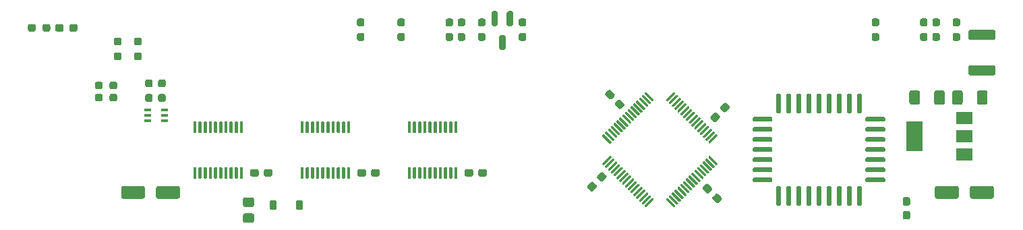
<source format=gtp>
G04 #@! TF.GenerationSoftware,KiCad,Pcbnew,9.0.1+1*
G04 #@! TF.CreationDate,2025-09-01T10:11:47+00:00*
G04 #@! TF.ProjectId,RIPPLE,52495050-4c45-42e6-9b69-6361645f7063,rev?*
G04 #@! TF.SameCoordinates,Original*
G04 #@! TF.FileFunction,Paste,Top*
G04 #@! TF.FilePolarity,Positive*
%FSLAX46Y46*%
G04 Gerber Fmt 4.6, Leading zero omitted, Abs format (unit mm)*
G04 Created by KiCad (PCBNEW 9.0.1+1) date 2025-09-01 10:11:47*
%MOMM*%
%LPD*%
G01*
G04 APERTURE LIST*
%ADD10R,0.899000X0.400000*%
%ADD11R,2.000000X1.500000*%
%ADD12R,2.000000X3.800000*%
G04 APERTURE END LIST*
G36*
G01*
X114202472Y34734745D02*
X114677472Y34734745D01*
G75*
G02*
X114914972Y34497245I0J-237500D01*
G01*
X114914972Y33997245D01*
G75*
G02*
X114677472Y33759745I-237500J0D01*
G01*
X114202472Y33759745D01*
G75*
G02*
X113964972Y33997245I0J237500D01*
G01*
X113964972Y34497245D01*
G75*
G02*
X114202472Y34734745I237500J0D01*
G01*
G37*
G36*
G01*
X114202472Y32909745D02*
X114677472Y32909745D01*
G75*
G02*
X114914972Y32672245I0J-237500D01*
G01*
X114914972Y32172245D01*
G75*
G02*
X114677472Y31934745I-237500J0D01*
G01*
X114202472Y31934745D01*
G75*
G02*
X113964972Y32172245I0J237500D01*
G01*
X113964972Y32672245D01*
G75*
G02*
X114202472Y32909745I237500J0D01*
G01*
G37*
G36*
G01*
X58703472Y34734745D02*
X59178472Y34734745D01*
G75*
G02*
X59415972Y34497245I0J-237500D01*
G01*
X59415972Y33997245D01*
G75*
G02*
X59178472Y33759745I-237500J0D01*
G01*
X58703472Y33759745D01*
G75*
G02*
X58465972Y33997245I0J237500D01*
G01*
X58465972Y34497245D01*
G75*
G02*
X58703472Y34734745I237500J0D01*
G01*
G37*
G36*
G01*
X58703472Y32909745D02*
X59178472Y32909745D01*
G75*
G02*
X59415972Y32672245I0J-237500D01*
G01*
X59415972Y32172245D01*
G75*
G02*
X59178472Y31934745I-237500J0D01*
G01*
X58703472Y31934745D01*
G75*
G02*
X58465972Y32172245I0J237500D01*
G01*
X58465972Y32672245D01*
G75*
G02*
X58703472Y32909745I237500J0D01*
G01*
G37*
G36*
G01*
X112628354Y24161747D02*
X112628354Y25461747D01*
G75*
G02*
X112878354Y25711747I250000J0D01*
G01*
X113703354Y25711747D01*
G75*
G02*
X113953354Y25461747I0J-250000D01*
G01*
X113953354Y24161747D01*
G75*
G02*
X113703354Y23911747I-250000J0D01*
G01*
X112878354Y23911747D01*
G75*
G02*
X112628354Y24161747I0J250000D01*
G01*
G37*
G36*
G01*
X115753354Y24161747D02*
X115753354Y25461747D01*
G75*
G02*
X116003354Y25711747I250000J0D01*
G01*
X116828354Y25711747D01*
G75*
G02*
X117078354Y25461747I0J-250000D01*
G01*
X117078354Y24161747D01*
G75*
G02*
X116828354Y23911747I-250000J0D01*
G01*
X116003354Y23911747D01*
G75*
G02*
X115753354Y24161747I0J250000D01*
G01*
G37*
G36*
G01*
X48581300Y34734745D02*
X49056300Y34734745D01*
G75*
G02*
X49293800Y34497245I0J-237500D01*
G01*
X49293800Y33997245D01*
G75*
G02*
X49056300Y33759745I-237500J0D01*
G01*
X48581300Y33759745D01*
G75*
G02*
X48343800Y33997245I0J237500D01*
G01*
X48343800Y34497245D01*
G75*
G02*
X48581300Y34734745I237500J0D01*
G01*
G37*
G36*
G01*
X48581300Y32909745D02*
X49056300Y32909745D01*
G75*
G02*
X49293800Y32672245I0J-237500D01*
G01*
X49293800Y32172245D01*
G75*
G02*
X49056300Y31934745I-237500J0D01*
G01*
X48581300Y31934745D01*
G75*
G02*
X48343800Y32172245I0J237500D01*
G01*
X48343800Y32672245D01*
G75*
G02*
X48581300Y32909745I237500J0D01*
G01*
G37*
G36*
G01*
X56638472Y31934745D02*
X56163472Y31934745D01*
G75*
G02*
X55925972Y32172245I0J237500D01*
G01*
X55925972Y32672245D01*
G75*
G02*
X56163472Y32909745I237500J0D01*
G01*
X56638472Y32909745D01*
G75*
G02*
X56875972Y32672245I0J-237500D01*
G01*
X56875972Y32172245D01*
G75*
G02*
X56638472Y31934745I-237500J0D01*
G01*
G37*
G36*
G01*
X56638472Y33759745D02*
X56163472Y33759745D01*
G75*
G02*
X55925972Y33997245I0J237500D01*
G01*
X55925972Y34497245D01*
G75*
G02*
X56163472Y34734745I237500J0D01*
G01*
X56638472Y34734745D01*
G75*
G02*
X56875972Y34497245I0J-237500D01*
G01*
X56875972Y33997245D01*
G75*
G02*
X56638472Y33759745I-237500J0D01*
G01*
G37*
G36*
G01*
X56786972Y15114045D02*
X56786972Y15589045D01*
G75*
G02*
X57024472Y15826545I237500J0D01*
G01*
X57624472Y15826545D01*
G75*
G02*
X57861972Y15589045I0J-237500D01*
G01*
X57861972Y15114045D01*
G75*
G02*
X57624472Y14876545I-237500J0D01*
G01*
X57024472Y14876545D01*
G75*
G02*
X56786972Y15114045I0J237500D01*
G01*
G37*
G36*
G01*
X58511972Y15114045D02*
X58511972Y15589045D01*
G75*
G02*
X58749472Y15826545I237500J0D01*
G01*
X59349472Y15826545D01*
G75*
G02*
X59586972Y15589045I0J-237500D01*
G01*
X59586972Y15114045D01*
G75*
G02*
X59349472Y14876545I-237500J0D01*
G01*
X58749472Y14876545D01*
G75*
G02*
X58511972Y15114045I0J237500D01*
G01*
G37*
D10*
X16962272Y23240547D03*
X16962272Y22590547D03*
X16962272Y21940547D03*
X19111272Y21940547D03*
X19111272Y22590547D03*
X19111272Y23240547D03*
G36*
G01*
X118308300Y34734745D02*
X118783300Y34734745D01*
G75*
G02*
X119020800Y34497245I0J-237500D01*
G01*
X119020800Y33997245D01*
G75*
G02*
X118783300Y33759745I-237500J0D01*
G01*
X118308300Y33759745D01*
G75*
G02*
X118070800Y33997245I0J237500D01*
G01*
X118070800Y34497245D01*
G75*
G02*
X118308300Y34734745I237500J0D01*
G01*
G37*
G36*
G01*
X118308300Y32909745D02*
X118783300Y32909745D01*
G75*
G02*
X119020800Y32672245I0J-237500D01*
G01*
X119020800Y32172245D01*
G75*
G02*
X118783300Y31934745I-237500J0D01*
G01*
X118308300Y31934745D01*
G75*
G02*
X118070800Y32172245I0J237500D01*
G01*
X118070800Y32672245D01*
G75*
G02*
X118308300Y32909745I237500J0D01*
G01*
G37*
G36*
G01*
X15530454Y32321747D02*
X16005454Y32321747D01*
G75*
G02*
X16242954Y32084247I0J-237500D01*
G01*
X16242954Y31584247D01*
G75*
G02*
X16005454Y31346747I-237500J0D01*
G01*
X15530454Y31346747D01*
G75*
G02*
X15292954Y31584247I0J237500D01*
G01*
X15292954Y32084247D01*
G75*
G02*
X15530454Y32321747I237500J0D01*
G01*
G37*
G36*
G01*
X15530454Y30496747D02*
X16005454Y30496747D01*
G75*
G02*
X16242954Y30259247I0J-237500D01*
G01*
X16242954Y29759247D01*
G75*
G02*
X16005454Y29521747I-237500J0D01*
G01*
X15530454Y29521747D01*
G75*
G02*
X15292954Y29759247I0J237500D01*
G01*
X15292954Y30259247D01*
G75*
G02*
X15530454Y30496747I237500J0D01*
G01*
G37*
G36*
G01*
X108148300Y34734745D02*
X108623300Y34734745D01*
G75*
G02*
X108860800Y34497245I0J-237500D01*
G01*
X108860800Y33997245D01*
G75*
G02*
X108623300Y33759745I-237500J0D01*
G01*
X108148300Y33759745D01*
G75*
G02*
X107910800Y33997245I0J237500D01*
G01*
X107910800Y34497245D01*
G75*
G02*
X108148300Y34734745I237500J0D01*
G01*
G37*
G36*
G01*
X108148300Y32909745D02*
X108623300Y32909745D01*
G75*
G02*
X108860800Y32672245I0J-237500D01*
G01*
X108860800Y32172245D01*
G75*
G02*
X108623300Y31934745I-237500J0D01*
G01*
X108148300Y31934745D01*
G75*
G02*
X107910800Y32172245I0J237500D01*
G01*
X107910800Y32672245D01*
G75*
G02*
X108148300Y32909745I237500J0D01*
G01*
G37*
G36*
G01*
X1965772Y33320646D02*
X1965772Y33795646D01*
G75*
G02*
X2203272Y34033146I237500J0D01*
G01*
X2703272Y34033146D01*
G75*
G02*
X2940772Y33795646I0J-237500D01*
G01*
X2940772Y33320646D01*
G75*
G02*
X2703272Y33083146I-237500J0D01*
G01*
X2203272Y33083146D01*
G75*
G02*
X1965772Y33320646I0J237500D01*
G01*
G37*
G36*
G01*
X3790772Y33320646D02*
X3790772Y33795646D01*
G75*
G02*
X4028272Y34033146I237500J0D01*
G01*
X4528272Y34033146D01*
G75*
G02*
X4765772Y33795646I0J-237500D01*
G01*
X4765772Y33320646D01*
G75*
G02*
X4528272Y33083146I-237500J0D01*
G01*
X4028272Y33083146D01*
G75*
G02*
X3790772Y33320646I0J237500D01*
G01*
G37*
G36*
G01*
X28673772Y21814045D02*
X28873772Y21814045D01*
G75*
G02*
X28973772Y21714045I0J-100000D01*
G01*
X28973772Y20439045D01*
G75*
G02*
X28873772Y20339045I-100000J0D01*
G01*
X28673772Y20339045D01*
G75*
G02*
X28573772Y20439045I0J100000D01*
G01*
X28573772Y21714045D01*
G75*
G02*
X28673772Y21814045I100000J0D01*
G01*
G37*
G36*
G01*
X28023772Y21814045D02*
X28223772Y21814045D01*
G75*
G02*
X28323772Y21714045I0J-100000D01*
G01*
X28323772Y20439045D01*
G75*
G02*
X28223772Y20339045I-100000J0D01*
G01*
X28023772Y20339045D01*
G75*
G02*
X27923772Y20439045I0J100000D01*
G01*
X27923772Y21714045D01*
G75*
G02*
X28023772Y21814045I100000J0D01*
G01*
G37*
G36*
G01*
X27373772Y21814045D02*
X27573772Y21814045D01*
G75*
G02*
X27673772Y21714045I0J-100000D01*
G01*
X27673772Y20439045D01*
G75*
G02*
X27573772Y20339045I-100000J0D01*
G01*
X27373772Y20339045D01*
G75*
G02*
X27273772Y20439045I0J100000D01*
G01*
X27273772Y21714045D01*
G75*
G02*
X27373772Y21814045I100000J0D01*
G01*
G37*
G36*
G01*
X26723772Y21814045D02*
X26923772Y21814045D01*
G75*
G02*
X27023772Y21714045I0J-100000D01*
G01*
X27023772Y20439045D01*
G75*
G02*
X26923772Y20339045I-100000J0D01*
G01*
X26723772Y20339045D01*
G75*
G02*
X26623772Y20439045I0J100000D01*
G01*
X26623772Y21714045D01*
G75*
G02*
X26723772Y21814045I100000J0D01*
G01*
G37*
G36*
G01*
X26073772Y21814045D02*
X26273772Y21814045D01*
G75*
G02*
X26373772Y21714045I0J-100000D01*
G01*
X26373772Y20439045D01*
G75*
G02*
X26273772Y20339045I-100000J0D01*
G01*
X26073772Y20339045D01*
G75*
G02*
X25973772Y20439045I0J100000D01*
G01*
X25973772Y21714045D01*
G75*
G02*
X26073772Y21814045I100000J0D01*
G01*
G37*
G36*
G01*
X25423772Y21814045D02*
X25623772Y21814045D01*
G75*
G02*
X25723772Y21714045I0J-100000D01*
G01*
X25723772Y20439045D01*
G75*
G02*
X25623772Y20339045I-100000J0D01*
G01*
X25423772Y20339045D01*
G75*
G02*
X25323772Y20439045I0J100000D01*
G01*
X25323772Y21714045D01*
G75*
G02*
X25423772Y21814045I100000J0D01*
G01*
G37*
G36*
G01*
X24773772Y21814045D02*
X24973772Y21814045D01*
G75*
G02*
X25073772Y21714045I0J-100000D01*
G01*
X25073772Y20439045D01*
G75*
G02*
X24973772Y20339045I-100000J0D01*
G01*
X24773772Y20339045D01*
G75*
G02*
X24673772Y20439045I0J100000D01*
G01*
X24673772Y21714045D01*
G75*
G02*
X24773772Y21814045I100000J0D01*
G01*
G37*
G36*
G01*
X24123772Y21814045D02*
X24323772Y21814045D01*
G75*
G02*
X24423772Y21714045I0J-100000D01*
G01*
X24423772Y20439045D01*
G75*
G02*
X24323772Y20339045I-100000J0D01*
G01*
X24123772Y20339045D01*
G75*
G02*
X24023772Y20439045I0J100000D01*
G01*
X24023772Y21714045D01*
G75*
G02*
X24123772Y21814045I100000J0D01*
G01*
G37*
G36*
G01*
X23473772Y21814045D02*
X23673772Y21814045D01*
G75*
G02*
X23773772Y21714045I0J-100000D01*
G01*
X23773772Y20439045D01*
G75*
G02*
X23673772Y20339045I-100000J0D01*
G01*
X23473772Y20339045D01*
G75*
G02*
X23373772Y20439045I0J100000D01*
G01*
X23373772Y21714045D01*
G75*
G02*
X23473772Y21814045I100000J0D01*
G01*
G37*
G36*
G01*
X22823772Y21814045D02*
X23023772Y21814045D01*
G75*
G02*
X23123772Y21714045I0J-100000D01*
G01*
X23123772Y20439045D01*
G75*
G02*
X23023772Y20339045I-100000J0D01*
G01*
X22823772Y20339045D01*
G75*
G02*
X22723772Y20439045I0J100000D01*
G01*
X22723772Y21714045D01*
G75*
G02*
X22823772Y21814045I100000J0D01*
G01*
G37*
G36*
G01*
X22823772Y16089045D02*
X23023772Y16089045D01*
G75*
G02*
X23123772Y15989045I0J-100000D01*
G01*
X23123772Y14714045D01*
G75*
G02*
X23023772Y14614045I-100000J0D01*
G01*
X22823772Y14614045D01*
G75*
G02*
X22723772Y14714045I0J100000D01*
G01*
X22723772Y15989045D01*
G75*
G02*
X22823772Y16089045I100000J0D01*
G01*
G37*
G36*
G01*
X23473772Y16089045D02*
X23673772Y16089045D01*
G75*
G02*
X23773772Y15989045I0J-100000D01*
G01*
X23773772Y14714045D01*
G75*
G02*
X23673772Y14614045I-100000J0D01*
G01*
X23473772Y14614045D01*
G75*
G02*
X23373772Y14714045I0J100000D01*
G01*
X23373772Y15989045D01*
G75*
G02*
X23473772Y16089045I100000J0D01*
G01*
G37*
G36*
G01*
X24123772Y16089045D02*
X24323772Y16089045D01*
G75*
G02*
X24423772Y15989045I0J-100000D01*
G01*
X24423772Y14714045D01*
G75*
G02*
X24323772Y14614045I-100000J0D01*
G01*
X24123772Y14614045D01*
G75*
G02*
X24023772Y14714045I0J100000D01*
G01*
X24023772Y15989045D01*
G75*
G02*
X24123772Y16089045I100000J0D01*
G01*
G37*
G36*
G01*
X24773772Y16089045D02*
X24973772Y16089045D01*
G75*
G02*
X25073772Y15989045I0J-100000D01*
G01*
X25073772Y14714045D01*
G75*
G02*
X24973772Y14614045I-100000J0D01*
G01*
X24773772Y14614045D01*
G75*
G02*
X24673772Y14714045I0J100000D01*
G01*
X24673772Y15989045D01*
G75*
G02*
X24773772Y16089045I100000J0D01*
G01*
G37*
G36*
G01*
X25423772Y16089045D02*
X25623772Y16089045D01*
G75*
G02*
X25723772Y15989045I0J-100000D01*
G01*
X25723772Y14714045D01*
G75*
G02*
X25623772Y14614045I-100000J0D01*
G01*
X25423772Y14614045D01*
G75*
G02*
X25323772Y14714045I0J100000D01*
G01*
X25323772Y15989045D01*
G75*
G02*
X25423772Y16089045I100000J0D01*
G01*
G37*
G36*
G01*
X26073772Y16089045D02*
X26273772Y16089045D01*
G75*
G02*
X26373772Y15989045I0J-100000D01*
G01*
X26373772Y14714045D01*
G75*
G02*
X26273772Y14614045I-100000J0D01*
G01*
X26073772Y14614045D01*
G75*
G02*
X25973772Y14714045I0J100000D01*
G01*
X25973772Y15989045D01*
G75*
G02*
X26073772Y16089045I100000J0D01*
G01*
G37*
G36*
G01*
X26723772Y16089045D02*
X26923772Y16089045D01*
G75*
G02*
X27023772Y15989045I0J-100000D01*
G01*
X27023772Y14714045D01*
G75*
G02*
X26923772Y14614045I-100000J0D01*
G01*
X26723772Y14614045D01*
G75*
G02*
X26623772Y14714045I0J100000D01*
G01*
X26623772Y15989045D01*
G75*
G02*
X26723772Y16089045I100000J0D01*
G01*
G37*
G36*
G01*
X27373772Y16089045D02*
X27573772Y16089045D01*
G75*
G02*
X27673772Y15989045I0J-100000D01*
G01*
X27673772Y14714045D01*
G75*
G02*
X27573772Y14614045I-100000J0D01*
G01*
X27373772Y14614045D01*
G75*
G02*
X27273772Y14714045I0J100000D01*
G01*
X27273772Y15989045D01*
G75*
G02*
X27373772Y16089045I100000J0D01*
G01*
G37*
G36*
G01*
X28023772Y16089045D02*
X28223772Y16089045D01*
G75*
G02*
X28323772Y15989045I0J-100000D01*
G01*
X28323772Y14714045D01*
G75*
G02*
X28223772Y14614045I-100000J0D01*
G01*
X28023772Y14614045D01*
G75*
G02*
X27923772Y14714045I0J100000D01*
G01*
X27923772Y15989045D01*
G75*
G02*
X28023772Y16089045I100000J0D01*
G01*
G37*
G36*
G01*
X28673772Y16089045D02*
X28873772Y16089045D01*
G75*
G02*
X28973772Y15989045I0J-100000D01*
G01*
X28973772Y14714045D01*
G75*
G02*
X28873772Y14614045I-100000J0D01*
G01*
X28673772Y14614045D01*
G75*
G02*
X28573772Y14714045I0J100000D01*
G01*
X28573772Y15989045D01*
G75*
G02*
X28673772Y16089045I100000J0D01*
G01*
G37*
G36*
G01*
X29211754Y12277947D02*
X30111754Y12277947D01*
G75*
G02*
X30361754Y12027947I0J-250000D01*
G01*
X30361754Y11327947D01*
G75*
G02*
X30111754Y11077947I-250000J0D01*
G01*
X29211754Y11077947D01*
G75*
G02*
X28961754Y11327947I0J250000D01*
G01*
X28961754Y12027947D01*
G75*
G02*
X29211754Y12277947I250000J0D01*
G01*
G37*
G36*
G01*
X29211754Y10277947D02*
X30111754Y10277947D01*
G75*
G02*
X30361754Y10027947I0J-250000D01*
G01*
X30361754Y9327947D01*
G75*
G02*
X30111754Y9077947I-250000J0D01*
G01*
X29211754Y9077947D01*
G75*
G02*
X28961754Y9327947I0J250000D01*
G01*
X28961754Y10027947D01*
G75*
G02*
X29211754Y10277947I250000J0D01*
G01*
G37*
G36*
G01*
X115768300Y34734745D02*
X116243300Y34734745D01*
G75*
G02*
X116480800Y34497245I0J-237500D01*
G01*
X116480800Y33997245D01*
G75*
G02*
X116243300Y33759745I-237500J0D01*
G01*
X115768300Y33759745D01*
G75*
G02*
X115530800Y33997245I0J237500D01*
G01*
X115530800Y34497245D01*
G75*
G02*
X115768300Y34734745I237500J0D01*
G01*
G37*
G36*
G01*
X115768300Y32909745D02*
X116243300Y32909745D01*
G75*
G02*
X116480800Y32672245I0J-237500D01*
G01*
X116480800Y32172245D01*
G75*
G02*
X116243300Y31934745I-237500J0D01*
G01*
X115768300Y31934745D01*
G75*
G02*
X115530800Y32172245I0J237500D01*
G01*
X115530800Y32672245D01*
G75*
G02*
X115768300Y32909745I237500J0D01*
G01*
G37*
G36*
G01*
X64283872Y31934745D02*
X63808872Y31934745D01*
G75*
G02*
X63571372Y32172245I0J237500D01*
G01*
X63571372Y32672245D01*
G75*
G02*
X63808872Y32909745I237500J0D01*
G01*
X64283872Y32909745D01*
G75*
G02*
X64521372Y32672245I0J-237500D01*
G01*
X64521372Y32172245D01*
G75*
G02*
X64283872Y31934745I-237500J0D01*
G01*
G37*
G36*
G01*
X64283872Y33759745D02*
X63808872Y33759745D01*
G75*
G02*
X63571372Y33997245I0J237500D01*
G01*
X63571372Y34497245D01*
G75*
G02*
X63808872Y34734745I237500J0D01*
G01*
X64283872Y34734745D01*
G75*
G02*
X64521372Y34497245I0J-237500D01*
G01*
X64521372Y33997245D01*
G75*
G02*
X64283872Y33759745I-237500J0D01*
G01*
G37*
G36*
G01*
X74194271Y16345679D02*
X74088205Y16451745D01*
G75*
G02*
X74088205Y16557811I53033J53033D01*
G01*
X75025121Y17494727D01*
G75*
G02*
X75131187Y17494727I53033J-53033D01*
G01*
X75237253Y17388661D01*
G75*
G02*
X75237253Y17282595I-53033J-53033D01*
G01*
X74300337Y16345679D01*
G75*
G02*
X74194271Y16345679I-53033J53033D01*
G01*
G37*
G36*
G01*
X74547825Y15992126D02*
X74441759Y16098192D01*
G75*
G02*
X74441759Y16204258I53033J53033D01*
G01*
X75378675Y17141174D01*
G75*
G02*
X75484741Y17141174I53033J-53033D01*
G01*
X75590807Y17035108D01*
G75*
G02*
X75590807Y16929042I-53033J-53033D01*
G01*
X74653891Y15992126D01*
G75*
G02*
X74547825Y15992126I-53033J53033D01*
G01*
G37*
G36*
G01*
X74901378Y15638572D02*
X74795312Y15744638D01*
G75*
G02*
X74795312Y15850704I53033J53033D01*
G01*
X75732228Y16787620D01*
G75*
G02*
X75838294Y16787620I53033J-53033D01*
G01*
X75944360Y16681554D01*
G75*
G02*
X75944360Y16575488I-53033J-53033D01*
G01*
X75007444Y15638572D01*
G75*
G02*
X74901378Y15638572I-53033J53033D01*
G01*
G37*
G36*
G01*
X75254932Y15285019D02*
X75148866Y15391085D01*
G75*
G02*
X75148866Y15497151I53033J53033D01*
G01*
X76085782Y16434067D01*
G75*
G02*
X76191848Y16434067I53033J-53033D01*
G01*
X76297914Y16328001D01*
G75*
G02*
X76297914Y16221935I-53033J-53033D01*
G01*
X75360998Y15285019D01*
G75*
G02*
X75254932Y15285019I-53033J53033D01*
G01*
G37*
G36*
G01*
X75608485Y14931466D02*
X75502419Y15037532D01*
G75*
G02*
X75502419Y15143598I53033J53033D01*
G01*
X76439335Y16080514D01*
G75*
G02*
X76545401Y16080514I53033J-53033D01*
G01*
X76651467Y15974448D01*
G75*
G02*
X76651467Y15868382I-53033J-53033D01*
G01*
X75714551Y14931466D01*
G75*
G02*
X75608485Y14931466I-53033J53033D01*
G01*
G37*
G36*
G01*
X75962038Y14577912D02*
X75855972Y14683978D01*
G75*
G02*
X75855972Y14790044I53033J53033D01*
G01*
X76792888Y15726960D01*
G75*
G02*
X76898954Y15726960I53033J-53033D01*
G01*
X77005020Y15620894D01*
G75*
G02*
X77005020Y15514828I-53033J-53033D01*
G01*
X76068104Y14577912D01*
G75*
G02*
X75962038Y14577912I-53033J53033D01*
G01*
G37*
G36*
G01*
X76315592Y14224359D02*
X76209526Y14330425D01*
G75*
G02*
X76209526Y14436491I53033J53033D01*
G01*
X77146442Y15373407D01*
G75*
G02*
X77252508Y15373407I53033J-53033D01*
G01*
X77358574Y15267341D01*
G75*
G02*
X77358574Y15161275I-53033J-53033D01*
G01*
X76421658Y14224359D01*
G75*
G02*
X76315592Y14224359I-53033J53033D01*
G01*
G37*
G36*
G01*
X76669145Y13870806D02*
X76563079Y13976872D01*
G75*
G02*
X76563079Y14082938I53033J53033D01*
G01*
X77499995Y15019854D01*
G75*
G02*
X77606061Y15019854I53033J-53033D01*
G01*
X77712127Y14913788D01*
G75*
G02*
X77712127Y14807722I-53033J-53033D01*
G01*
X76775211Y13870806D01*
G75*
G02*
X76669145Y13870806I-53033J53033D01*
G01*
G37*
G36*
G01*
X77022699Y13517252D02*
X76916633Y13623318D01*
G75*
G02*
X76916633Y13729384I53033J53033D01*
G01*
X77853549Y14666300D01*
G75*
G02*
X77959615Y14666300I53033J-53033D01*
G01*
X78065681Y14560234D01*
G75*
G02*
X78065681Y14454168I-53033J-53033D01*
G01*
X77128765Y13517252D01*
G75*
G02*
X77022699Y13517252I-53033J53033D01*
G01*
G37*
G36*
G01*
X77376252Y13163699D02*
X77270186Y13269765D01*
G75*
G02*
X77270186Y13375831I53033J53033D01*
G01*
X78207102Y14312747D01*
G75*
G02*
X78313168Y14312747I53033J-53033D01*
G01*
X78419234Y14206681D01*
G75*
G02*
X78419234Y14100615I-53033J-53033D01*
G01*
X77482318Y13163699D01*
G75*
G02*
X77376252Y13163699I-53033J53033D01*
G01*
G37*
G36*
G01*
X77729805Y12810145D02*
X77623739Y12916211D01*
G75*
G02*
X77623739Y13022277I53033J53033D01*
G01*
X78560655Y13959193D01*
G75*
G02*
X78666721Y13959193I53033J-53033D01*
G01*
X78772787Y13853127D01*
G75*
G02*
X78772787Y13747061I-53033J-53033D01*
G01*
X77835871Y12810145D01*
G75*
G02*
X77729805Y12810145I-53033J53033D01*
G01*
G37*
G36*
G01*
X78083359Y12456592D02*
X77977293Y12562658D01*
G75*
G02*
X77977293Y12668724I53033J53033D01*
G01*
X78914209Y13605640D01*
G75*
G02*
X79020275Y13605640I53033J-53033D01*
G01*
X79126341Y13499574D01*
G75*
G02*
X79126341Y13393508I-53033J-53033D01*
G01*
X78189425Y12456592D01*
G75*
G02*
X78083359Y12456592I-53033J53033D01*
G01*
G37*
G36*
G01*
X78436912Y12103039D02*
X78330846Y12209105D01*
G75*
G02*
X78330846Y12315171I53033J53033D01*
G01*
X79267762Y13252087D01*
G75*
G02*
X79373828Y13252087I53033J-53033D01*
G01*
X79479894Y13146021D01*
G75*
G02*
X79479894Y13039955I-53033J-53033D01*
G01*
X78542978Y12103039D01*
G75*
G02*
X78436912Y12103039I-53033J53033D01*
G01*
G37*
G36*
G01*
X78790465Y11749485D02*
X78684399Y11855551D01*
G75*
G02*
X78684399Y11961617I53033J53033D01*
G01*
X79621315Y12898533D01*
G75*
G02*
X79727381Y12898533I53033J-53033D01*
G01*
X79833447Y12792467D01*
G75*
G02*
X79833447Y12686401I-53033J-53033D01*
G01*
X78896531Y11749485D01*
G75*
G02*
X78790465Y11749485I-53033J53033D01*
G01*
G37*
G36*
G01*
X79144019Y11395932D02*
X79037953Y11501998D01*
G75*
G02*
X79037953Y11608064I53033J53033D01*
G01*
X79974869Y12544980D01*
G75*
G02*
X80080935Y12544980I53033J-53033D01*
G01*
X80187001Y12438914D01*
G75*
G02*
X80187001Y12332848I-53033J-53033D01*
G01*
X79250085Y11395932D01*
G75*
G02*
X79144019Y11395932I-53033J53033D01*
G01*
G37*
G36*
G01*
X79497572Y11042378D02*
X79391506Y11148444D01*
G75*
G02*
X79391506Y11254510I53033J53033D01*
G01*
X80328422Y12191426D01*
G75*
G02*
X80434488Y12191426I53033J-53033D01*
G01*
X80540554Y12085360D01*
G75*
G02*
X80540554Y11979294I-53033J-53033D01*
G01*
X79603638Y11042378D01*
G75*
G02*
X79497572Y11042378I-53033J53033D01*
G01*
G37*
G36*
G01*
X83033106Y11042378D02*
X82096190Y11979294D01*
G75*
G02*
X82096190Y12085360I53033J53033D01*
G01*
X82202256Y12191426D01*
G75*
G02*
X82308322Y12191426I53033J-53033D01*
G01*
X83245238Y11254510D01*
G75*
G02*
X83245238Y11148444I-53033J-53033D01*
G01*
X83139172Y11042378D01*
G75*
G02*
X83033106Y11042378I-53033J53033D01*
G01*
G37*
G36*
G01*
X83386659Y11395932D02*
X82449743Y12332848D01*
G75*
G02*
X82449743Y12438914I53033J53033D01*
G01*
X82555809Y12544980D01*
G75*
G02*
X82661875Y12544980I53033J-53033D01*
G01*
X83598791Y11608064D01*
G75*
G02*
X83598791Y11501998I-53033J-53033D01*
G01*
X83492725Y11395932D01*
G75*
G02*
X83386659Y11395932I-53033J53033D01*
G01*
G37*
G36*
G01*
X83740213Y11749485D02*
X82803297Y12686401D01*
G75*
G02*
X82803297Y12792467I53033J53033D01*
G01*
X82909363Y12898533D01*
G75*
G02*
X83015429Y12898533I53033J-53033D01*
G01*
X83952345Y11961617D01*
G75*
G02*
X83952345Y11855551I-53033J-53033D01*
G01*
X83846279Y11749485D01*
G75*
G02*
X83740213Y11749485I-53033J53033D01*
G01*
G37*
G36*
G01*
X84093766Y12103039D02*
X83156850Y13039955D01*
G75*
G02*
X83156850Y13146021I53033J53033D01*
G01*
X83262916Y13252087D01*
G75*
G02*
X83368982Y13252087I53033J-53033D01*
G01*
X84305898Y12315171D01*
G75*
G02*
X84305898Y12209105I-53033J-53033D01*
G01*
X84199832Y12103039D01*
G75*
G02*
X84093766Y12103039I-53033J53033D01*
G01*
G37*
G36*
G01*
X84447319Y12456592D02*
X83510403Y13393508D01*
G75*
G02*
X83510403Y13499574I53033J53033D01*
G01*
X83616469Y13605640D01*
G75*
G02*
X83722535Y13605640I53033J-53033D01*
G01*
X84659451Y12668724D01*
G75*
G02*
X84659451Y12562658I-53033J-53033D01*
G01*
X84553385Y12456592D01*
G75*
G02*
X84447319Y12456592I-53033J53033D01*
G01*
G37*
G36*
G01*
X84800873Y12810145D02*
X83863957Y13747061D01*
G75*
G02*
X83863957Y13853127I53033J53033D01*
G01*
X83970023Y13959193D01*
G75*
G02*
X84076089Y13959193I53033J-53033D01*
G01*
X85013005Y13022277D01*
G75*
G02*
X85013005Y12916211I-53033J-53033D01*
G01*
X84906939Y12810145D01*
G75*
G02*
X84800873Y12810145I-53033J53033D01*
G01*
G37*
G36*
G01*
X85154426Y13163699D02*
X84217510Y14100615D01*
G75*
G02*
X84217510Y14206681I53033J53033D01*
G01*
X84323576Y14312747D01*
G75*
G02*
X84429642Y14312747I53033J-53033D01*
G01*
X85366558Y13375831D01*
G75*
G02*
X85366558Y13269765I-53033J-53033D01*
G01*
X85260492Y13163699D01*
G75*
G02*
X85154426Y13163699I-53033J53033D01*
G01*
G37*
G36*
G01*
X85507979Y13517252D02*
X84571063Y14454168D01*
G75*
G02*
X84571063Y14560234I53033J53033D01*
G01*
X84677129Y14666300D01*
G75*
G02*
X84783195Y14666300I53033J-53033D01*
G01*
X85720111Y13729384D01*
G75*
G02*
X85720111Y13623318I-53033J-53033D01*
G01*
X85614045Y13517252D01*
G75*
G02*
X85507979Y13517252I-53033J53033D01*
G01*
G37*
G36*
G01*
X85861533Y13870806D02*
X84924617Y14807722D01*
G75*
G02*
X84924617Y14913788I53033J53033D01*
G01*
X85030683Y15019854D01*
G75*
G02*
X85136749Y15019854I53033J-53033D01*
G01*
X86073665Y14082938D01*
G75*
G02*
X86073665Y13976872I-53033J-53033D01*
G01*
X85967599Y13870806D01*
G75*
G02*
X85861533Y13870806I-53033J53033D01*
G01*
G37*
G36*
G01*
X86215086Y14224359D02*
X85278170Y15161275D01*
G75*
G02*
X85278170Y15267341I53033J53033D01*
G01*
X85384236Y15373407D01*
G75*
G02*
X85490302Y15373407I53033J-53033D01*
G01*
X86427218Y14436491D01*
G75*
G02*
X86427218Y14330425I-53033J-53033D01*
G01*
X86321152Y14224359D01*
G75*
G02*
X86215086Y14224359I-53033J53033D01*
G01*
G37*
G36*
G01*
X86568640Y14577912D02*
X85631724Y15514828D01*
G75*
G02*
X85631724Y15620894I53033J53033D01*
G01*
X85737790Y15726960D01*
G75*
G02*
X85843856Y15726960I53033J-53033D01*
G01*
X86780772Y14790044D01*
G75*
G02*
X86780772Y14683978I-53033J-53033D01*
G01*
X86674706Y14577912D01*
G75*
G02*
X86568640Y14577912I-53033J53033D01*
G01*
G37*
G36*
G01*
X86922193Y14931466D02*
X85985277Y15868382D01*
G75*
G02*
X85985277Y15974448I53033J53033D01*
G01*
X86091343Y16080514D01*
G75*
G02*
X86197409Y16080514I53033J-53033D01*
G01*
X87134325Y15143598D01*
G75*
G02*
X87134325Y15037532I-53033J-53033D01*
G01*
X87028259Y14931466D01*
G75*
G02*
X86922193Y14931466I-53033J53033D01*
G01*
G37*
G36*
G01*
X87275746Y15285019D02*
X86338830Y16221935D01*
G75*
G02*
X86338830Y16328001I53033J53033D01*
G01*
X86444896Y16434067D01*
G75*
G02*
X86550962Y16434067I53033J-53033D01*
G01*
X87487878Y15497151D01*
G75*
G02*
X87487878Y15391085I-53033J-53033D01*
G01*
X87381812Y15285019D01*
G75*
G02*
X87275746Y15285019I-53033J53033D01*
G01*
G37*
G36*
G01*
X87629300Y15638572D02*
X86692384Y16575488D01*
G75*
G02*
X86692384Y16681554I53033J53033D01*
G01*
X86798450Y16787620D01*
G75*
G02*
X86904516Y16787620I53033J-53033D01*
G01*
X87841432Y15850704D01*
G75*
G02*
X87841432Y15744638I-53033J-53033D01*
G01*
X87735366Y15638572D01*
G75*
G02*
X87629300Y15638572I-53033J53033D01*
G01*
G37*
G36*
G01*
X87982853Y15992126D02*
X87045937Y16929042D01*
G75*
G02*
X87045937Y17035108I53033J53033D01*
G01*
X87152003Y17141174D01*
G75*
G02*
X87258069Y17141174I53033J-53033D01*
G01*
X88194985Y16204258D01*
G75*
G02*
X88194985Y16098192I-53033J-53033D01*
G01*
X88088919Y15992126D01*
G75*
G02*
X87982853Y15992126I-53033J53033D01*
G01*
G37*
G36*
G01*
X88336407Y16345679D02*
X87399491Y17282595D01*
G75*
G02*
X87399491Y17388661I53033J53033D01*
G01*
X87505557Y17494727D01*
G75*
G02*
X87611623Y17494727I53033J-53033D01*
G01*
X88548539Y16557811D01*
G75*
G02*
X88548539Y16451745I-53033J-53033D01*
G01*
X88442473Y16345679D01*
G75*
G02*
X88336407Y16345679I-53033J53033D01*
G01*
G37*
G36*
G01*
X87505557Y19050363D02*
X87399491Y19156429D01*
G75*
G02*
X87399491Y19262495I53033J53033D01*
G01*
X88336407Y20199411D01*
G75*
G02*
X88442473Y20199411I53033J-53033D01*
G01*
X88548539Y20093345D01*
G75*
G02*
X88548539Y19987279I-53033J-53033D01*
G01*
X87611623Y19050363D01*
G75*
G02*
X87505557Y19050363I-53033J53033D01*
G01*
G37*
G36*
G01*
X87152003Y19403916D02*
X87045937Y19509982D01*
G75*
G02*
X87045937Y19616048I53033J53033D01*
G01*
X87982853Y20552964D01*
G75*
G02*
X88088919Y20552964I53033J-53033D01*
G01*
X88194985Y20446898D01*
G75*
G02*
X88194985Y20340832I-53033J-53033D01*
G01*
X87258069Y19403916D01*
G75*
G02*
X87152003Y19403916I-53033J53033D01*
G01*
G37*
G36*
G01*
X86798450Y19757470D02*
X86692384Y19863536D01*
G75*
G02*
X86692384Y19969602I53033J53033D01*
G01*
X87629300Y20906518D01*
G75*
G02*
X87735366Y20906518I53033J-53033D01*
G01*
X87841432Y20800452D01*
G75*
G02*
X87841432Y20694386I-53033J-53033D01*
G01*
X86904516Y19757470D01*
G75*
G02*
X86798450Y19757470I-53033J53033D01*
G01*
G37*
G36*
G01*
X86444896Y20111023D02*
X86338830Y20217089D01*
G75*
G02*
X86338830Y20323155I53033J53033D01*
G01*
X87275746Y21260071D01*
G75*
G02*
X87381812Y21260071I53033J-53033D01*
G01*
X87487878Y21154005D01*
G75*
G02*
X87487878Y21047939I-53033J-53033D01*
G01*
X86550962Y20111023D01*
G75*
G02*
X86444896Y20111023I-53033J53033D01*
G01*
G37*
G36*
G01*
X86091343Y20464576D02*
X85985277Y20570642D01*
G75*
G02*
X85985277Y20676708I53033J53033D01*
G01*
X86922193Y21613624D01*
G75*
G02*
X87028259Y21613624I53033J-53033D01*
G01*
X87134325Y21507558D01*
G75*
G02*
X87134325Y21401492I-53033J-53033D01*
G01*
X86197409Y20464576D01*
G75*
G02*
X86091343Y20464576I-53033J53033D01*
G01*
G37*
G36*
G01*
X85737790Y20818130D02*
X85631724Y20924196D01*
G75*
G02*
X85631724Y21030262I53033J53033D01*
G01*
X86568640Y21967178D01*
G75*
G02*
X86674706Y21967178I53033J-53033D01*
G01*
X86780772Y21861112D01*
G75*
G02*
X86780772Y21755046I-53033J-53033D01*
G01*
X85843856Y20818130D01*
G75*
G02*
X85737790Y20818130I-53033J53033D01*
G01*
G37*
G36*
G01*
X85384236Y21171683D02*
X85278170Y21277749D01*
G75*
G02*
X85278170Y21383815I53033J53033D01*
G01*
X86215086Y22320731D01*
G75*
G02*
X86321152Y22320731I53033J-53033D01*
G01*
X86427218Y22214665D01*
G75*
G02*
X86427218Y22108599I-53033J-53033D01*
G01*
X85490302Y21171683D01*
G75*
G02*
X85384236Y21171683I-53033J53033D01*
G01*
G37*
G36*
G01*
X85030683Y21525236D02*
X84924617Y21631302D01*
G75*
G02*
X84924617Y21737368I53033J53033D01*
G01*
X85861533Y22674284D01*
G75*
G02*
X85967599Y22674284I53033J-53033D01*
G01*
X86073665Y22568218D01*
G75*
G02*
X86073665Y22462152I-53033J-53033D01*
G01*
X85136749Y21525236D01*
G75*
G02*
X85030683Y21525236I-53033J53033D01*
G01*
G37*
G36*
G01*
X84677129Y21878790D02*
X84571063Y21984856D01*
G75*
G02*
X84571063Y22090922I53033J53033D01*
G01*
X85507979Y23027838D01*
G75*
G02*
X85614045Y23027838I53033J-53033D01*
G01*
X85720111Y22921772D01*
G75*
G02*
X85720111Y22815706I-53033J-53033D01*
G01*
X84783195Y21878790D01*
G75*
G02*
X84677129Y21878790I-53033J53033D01*
G01*
G37*
G36*
G01*
X84323576Y22232343D02*
X84217510Y22338409D01*
G75*
G02*
X84217510Y22444475I53033J53033D01*
G01*
X85154426Y23381391D01*
G75*
G02*
X85260492Y23381391I53033J-53033D01*
G01*
X85366558Y23275325D01*
G75*
G02*
X85366558Y23169259I-53033J-53033D01*
G01*
X84429642Y22232343D01*
G75*
G02*
X84323576Y22232343I-53033J53033D01*
G01*
G37*
G36*
G01*
X83970023Y22585897D02*
X83863957Y22691963D01*
G75*
G02*
X83863957Y22798029I53033J53033D01*
G01*
X84800873Y23734945D01*
G75*
G02*
X84906939Y23734945I53033J-53033D01*
G01*
X85013005Y23628879D01*
G75*
G02*
X85013005Y23522813I-53033J-53033D01*
G01*
X84076089Y22585897D01*
G75*
G02*
X83970023Y22585897I-53033J53033D01*
G01*
G37*
G36*
G01*
X83616469Y22939450D02*
X83510403Y23045516D01*
G75*
G02*
X83510403Y23151582I53033J53033D01*
G01*
X84447319Y24088498D01*
G75*
G02*
X84553385Y24088498I53033J-53033D01*
G01*
X84659451Y23982432D01*
G75*
G02*
X84659451Y23876366I-53033J-53033D01*
G01*
X83722535Y22939450D01*
G75*
G02*
X83616469Y22939450I-53033J53033D01*
G01*
G37*
G36*
G01*
X83262916Y23293003D02*
X83156850Y23399069D01*
G75*
G02*
X83156850Y23505135I53033J53033D01*
G01*
X84093766Y24442051D01*
G75*
G02*
X84199832Y24442051I53033J-53033D01*
G01*
X84305898Y24335985D01*
G75*
G02*
X84305898Y24229919I-53033J-53033D01*
G01*
X83368982Y23293003D01*
G75*
G02*
X83262916Y23293003I-53033J53033D01*
G01*
G37*
G36*
G01*
X82909363Y23646557D02*
X82803297Y23752623D01*
G75*
G02*
X82803297Y23858689I53033J53033D01*
G01*
X83740213Y24795605D01*
G75*
G02*
X83846279Y24795605I53033J-53033D01*
G01*
X83952345Y24689539D01*
G75*
G02*
X83952345Y24583473I-53033J-53033D01*
G01*
X83015429Y23646557D01*
G75*
G02*
X82909363Y23646557I-53033J53033D01*
G01*
G37*
G36*
G01*
X82555809Y24000110D02*
X82449743Y24106176D01*
G75*
G02*
X82449743Y24212242I53033J53033D01*
G01*
X83386659Y25149158D01*
G75*
G02*
X83492725Y25149158I53033J-53033D01*
G01*
X83598791Y25043092D01*
G75*
G02*
X83598791Y24937026I-53033J-53033D01*
G01*
X82661875Y24000110D01*
G75*
G02*
X82555809Y24000110I-53033J53033D01*
G01*
G37*
G36*
G01*
X82202256Y24353664D02*
X82096190Y24459730D01*
G75*
G02*
X82096190Y24565796I53033J53033D01*
G01*
X83033106Y25502712D01*
G75*
G02*
X83139172Y25502712I53033J-53033D01*
G01*
X83245238Y25396646D01*
G75*
G02*
X83245238Y25290580I-53033J-53033D01*
G01*
X82308322Y24353664D01*
G75*
G02*
X82202256Y24353664I-53033J53033D01*
G01*
G37*
G36*
G01*
X80328422Y24353664D02*
X79391506Y25290580D01*
G75*
G02*
X79391506Y25396646I53033J53033D01*
G01*
X79497572Y25502712D01*
G75*
G02*
X79603638Y25502712I53033J-53033D01*
G01*
X80540554Y24565796D01*
G75*
G02*
X80540554Y24459730I-53033J-53033D01*
G01*
X80434488Y24353664D01*
G75*
G02*
X80328422Y24353664I-53033J53033D01*
G01*
G37*
G36*
G01*
X79974869Y24000110D02*
X79037953Y24937026D01*
G75*
G02*
X79037953Y25043092I53033J53033D01*
G01*
X79144019Y25149158D01*
G75*
G02*
X79250085Y25149158I53033J-53033D01*
G01*
X80187001Y24212242D01*
G75*
G02*
X80187001Y24106176I-53033J-53033D01*
G01*
X80080935Y24000110D01*
G75*
G02*
X79974869Y24000110I-53033J53033D01*
G01*
G37*
G36*
G01*
X79621315Y23646557D02*
X78684399Y24583473D01*
G75*
G02*
X78684399Y24689539I53033J53033D01*
G01*
X78790465Y24795605D01*
G75*
G02*
X78896531Y24795605I53033J-53033D01*
G01*
X79833447Y23858689D01*
G75*
G02*
X79833447Y23752623I-53033J-53033D01*
G01*
X79727381Y23646557D01*
G75*
G02*
X79621315Y23646557I-53033J53033D01*
G01*
G37*
G36*
G01*
X79267762Y23293003D02*
X78330846Y24229919D01*
G75*
G02*
X78330846Y24335985I53033J53033D01*
G01*
X78436912Y24442051D01*
G75*
G02*
X78542978Y24442051I53033J-53033D01*
G01*
X79479894Y23505135D01*
G75*
G02*
X79479894Y23399069I-53033J-53033D01*
G01*
X79373828Y23293003D01*
G75*
G02*
X79267762Y23293003I-53033J53033D01*
G01*
G37*
G36*
G01*
X78914209Y22939450D02*
X77977293Y23876366D01*
G75*
G02*
X77977293Y23982432I53033J53033D01*
G01*
X78083359Y24088498D01*
G75*
G02*
X78189425Y24088498I53033J-53033D01*
G01*
X79126341Y23151582D01*
G75*
G02*
X79126341Y23045516I-53033J-53033D01*
G01*
X79020275Y22939450D01*
G75*
G02*
X78914209Y22939450I-53033J53033D01*
G01*
G37*
G36*
G01*
X78560655Y22585897D02*
X77623739Y23522813D01*
G75*
G02*
X77623739Y23628879I53033J53033D01*
G01*
X77729805Y23734945D01*
G75*
G02*
X77835871Y23734945I53033J-53033D01*
G01*
X78772787Y22798029D01*
G75*
G02*
X78772787Y22691963I-53033J-53033D01*
G01*
X78666721Y22585897D01*
G75*
G02*
X78560655Y22585897I-53033J53033D01*
G01*
G37*
G36*
G01*
X78207102Y22232343D02*
X77270186Y23169259D01*
G75*
G02*
X77270186Y23275325I53033J53033D01*
G01*
X77376252Y23381391D01*
G75*
G02*
X77482318Y23381391I53033J-53033D01*
G01*
X78419234Y22444475D01*
G75*
G02*
X78419234Y22338409I-53033J-53033D01*
G01*
X78313168Y22232343D01*
G75*
G02*
X78207102Y22232343I-53033J53033D01*
G01*
G37*
G36*
G01*
X77853549Y21878790D02*
X76916633Y22815706D01*
G75*
G02*
X76916633Y22921772I53033J53033D01*
G01*
X77022699Y23027838D01*
G75*
G02*
X77128765Y23027838I53033J-53033D01*
G01*
X78065681Y22090922D01*
G75*
G02*
X78065681Y21984856I-53033J-53033D01*
G01*
X77959615Y21878790D01*
G75*
G02*
X77853549Y21878790I-53033J53033D01*
G01*
G37*
G36*
G01*
X77499995Y21525236D02*
X76563079Y22462152D01*
G75*
G02*
X76563079Y22568218I53033J53033D01*
G01*
X76669145Y22674284D01*
G75*
G02*
X76775211Y22674284I53033J-53033D01*
G01*
X77712127Y21737368D01*
G75*
G02*
X77712127Y21631302I-53033J-53033D01*
G01*
X77606061Y21525236D01*
G75*
G02*
X77499995Y21525236I-53033J53033D01*
G01*
G37*
G36*
G01*
X77146442Y21171683D02*
X76209526Y22108599D01*
G75*
G02*
X76209526Y22214665I53033J53033D01*
G01*
X76315592Y22320731D01*
G75*
G02*
X76421658Y22320731I53033J-53033D01*
G01*
X77358574Y21383815D01*
G75*
G02*
X77358574Y21277749I-53033J-53033D01*
G01*
X77252508Y21171683D01*
G75*
G02*
X77146442Y21171683I-53033J53033D01*
G01*
G37*
G36*
G01*
X76792888Y20818130D02*
X75855972Y21755046D01*
G75*
G02*
X75855972Y21861112I53033J53033D01*
G01*
X75962038Y21967178D01*
G75*
G02*
X76068104Y21967178I53033J-53033D01*
G01*
X77005020Y21030262D01*
G75*
G02*
X77005020Y20924196I-53033J-53033D01*
G01*
X76898954Y20818130D01*
G75*
G02*
X76792888Y20818130I-53033J53033D01*
G01*
G37*
G36*
G01*
X76439335Y20464576D02*
X75502419Y21401492D01*
G75*
G02*
X75502419Y21507558I53033J53033D01*
G01*
X75608485Y21613624D01*
G75*
G02*
X75714551Y21613624I53033J-53033D01*
G01*
X76651467Y20676708D01*
G75*
G02*
X76651467Y20570642I-53033J-53033D01*
G01*
X76545401Y20464576D01*
G75*
G02*
X76439335Y20464576I-53033J53033D01*
G01*
G37*
G36*
G01*
X76085782Y20111023D02*
X75148866Y21047939D01*
G75*
G02*
X75148866Y21154005I53033J53033D01*
G01*
X75254932Y21260071D01*
G75*
G02*
X75360998Y21260071I53033J-53033D01*
G01*
X76297914Y20323155D01*
G75*
G02*
X76297914Y20217089I-53033J-53033D01*
G01*
X76191848Y20111023D01*
G75*
G02*
X76085782Y20111023I-53033J53033D01*
G01*
G37*
G36*
G01*
X75732228Y19757470D02*
X74795312Y20694386D01*
G75*
G02*
X74795312Y20800452I53033J53033D01*
G01*
X74901378Y20906518D01*
G75*
G02*
X75007444Y20906518I53033J-53033D01*
G01*
X75944360Y19969602D01*
G75*
G02*
X75944360Y19863536I-53033J-53033D01*
G01*
X75838294Y19757470D01*
G75*
G02*
X75732228Y19757470I-53033J53033D01*
G01*
G37*
G36*
G01*
X75378675Y19403916D02*
X74441759Y20340832D01*
G75*
G02*
X74441759Y20446898I53033J53033D01*
G01*
X74547825Y20552964D01*
G75*
G02*
X74653891Y20552964I53033J-53033D01*
G01*
X75590807Y19616048D01*
G75*
G02*
X75590807Y19509982I-53033J-53033D01*
G01*
X75484741Y19403916D01*
G75*
G02*
X75378675Y19403916I-53033J53033D01*
G01*
G37*
G36*
G01*
X75025121Y19050363D02*
X74088205Y19987279D01*
G75*
G02*
X74088205Y20093345I53033J53033D01*
G01*
X74194271Y20199411D01*
G75*
G02*
X74300337Y20199411I53033J-53033D01*
G01*
X75237253Y19262495D01*
G75*
G02*
X75237253Y19156429I-53033J-53033D01*
G01*
X75131187Y19050363D01*
G75*
G02*
X75025121Y19050363I-53033J53033D01*
G01*
G37*
G36*
G01*
X32286154Y10937947D02*
X32286154Y11687947D01*
G75*
G02*
X32511154Y11912947I225000J0D01*
G01*
X32961154Y11912947D01*
G75*
G02*
X33186154Y11687947I0J-225000D01*
G01*
X33186154Y10937947D01*
G75*
G02*
X32961154Y10712947I-225000J0D01*
G01*
X32511154Y10712947D01*
G75*
G02*
X32286154Y10937947I0J225000D01*
G01*
G37*
G36*
G01*
X35586154Y10937947D02*
X35586154Y11687947D01*
G75*
G02*
X35811154Y11912947I225000J0D01*
G01*
X36261154Y11912947D01*
G75*
G02*
X36486154Y11687947I0J-225000D01*
G01*
X36486154Y10937947D01*
G75*
G02*
X36261154Y10712947I-225000J0D01*
G01*
X35811154Y10712947D01*
G75*
G02*
X35586154Y10937947I0J225000D01*
G01*
G37*
G36*
G01*
X13173172Y26561845D02*
X13173172Y26086845D01*
G75*
G02*
X12935672Y25849345I-237500J0D01*
G01*
X12435672Y25849345D01*
G75*
G02*
X12198172Y26086845I0J237500D01*
G01*
X12198172Y26561845D01*
G75*
G02*
X12435672Y26799345I237500J0D01*
G01*
X12935672Y26799345D01*
G75*
G02*
X13173172Y26561845I0J-237500D01*
G01*
G37*
G36*
G01*
X11348172Y26561845D02*
X11348172Y26086845D01*
G75*
G02*
X11110672Y25849345I-237500J0D01*
G01*
X10610672Y25849345D01*
G75*
G02*
X10373172Y26086845I0J237500D01*
G01*
X10373172Y26561845D01*
G75*
G02*
X10610672Y26799345I237500J0D01*
G01*
X11110672Y26799345D01*
G75*
G02*
X11348172Y26561845I0J-237500D01*
G01*
G37*
G36*
G01*
X123226954Y13463147D02*
X123226954Y12363147D01*
G75*
G02*
X122976954Y12113147I-250000J0D01*
G01*
X120476954Y12113147D01*
G75*
G02*
X120226954Y12363147I0J250000D01*
G01*
X120226954Y13463147D01*
G75*
G02*
X120476954Y13713147I250000J0D01*
G01*
X122976954Y13713147D01*
G75*
G02*
X123226954Y13463147I0J-250000D01*
G01*
G37*
G36*
G01*
X118826954Y13463147D02*
X118826954Y12363147D01*
G75*
G02*
X118576954Y12113147I-250000J0D01*
G01*
X116076954Y12113147D01*
G75*
G02*
X115826954Y12363147I0J250000D01*
G01*
X115826954Y13463147D01*
G75*
G02*
X116076954Y13713147I250000J0D01*
G01*
X118576954Y13713147D01*
G75*
G02*
X118826954Y13463147I0J-250000D01*
G01*
G37*
G36*
G01*
X16920472Y27084146D02*
X17395472Y27084146D01*
G75*
G02*
X17632972Y26846646I0J-237500D01*
G01*
X17632972Y26346646D01*
G75*
G02*
X17395472Y26109146I-237500J0D01*
G01*
X16920472Y26109146D01*
G75*
G02*
X16682972Y26346646I0J237500D01*
G01*
X16682972Y26846646D01*
G75*
G02*
X16920472Y27084146I237500J0D01*
G01*
G37*
G36*
G01*
X16920472Y25259146D02*
X17395472Y25259146D01*
G75*
G02*
X17632972Y25021646I0J-237500D01*
G01*
X17632972Y24521646D01*
G75*
G02*
X17395472Y24284146I-237500J0D01*
G01*
X16920472Y24284146D01*
G75*
G02*
X16682972Y24521646I0J237500D01*
G01*
X16682972Y25021646D01*
G75*
G02*
X16920472Y25259146I237500J0D01*
G01*
G37*
G36*
G01*
X18546072Y27084146D02*
X19021072Y27084146D01*
G75*
G02*
X19258572Y26846646I0J-237500D01*
G01*
X19258572Y26346646D01*
G75*
G02*
X19021072Y26109146I-237500J0D01*
G01*
X18546072Y26109146D01*
G75*
G02*
X18308572Y26346646I0J237500D01*
G01*
X18308572Y26846646D01*
G75*
G02*
X18546072Y27084146I237500J0D01*
G01*
G37*
G36*
G01*
X18546072Y25259146D02*
X19021072Y25259146D01*
G75*
G02*
X19258572Y25021646I0J-237500D01*
G01*
X19258572Y24521646D01*
G75*
G02*
X19021072Y24284146I-237500J0D01*
G01*
X18546072Y24284146D01*
G75*
G02*
X18308572Y24521646I0J237500D01*
G01*
X18308572Y25021646D01*
G75*
G02*
X18546072Y25259146I237500J0D01*
G01*
G37*
G36*
G01*
X122447172Y25461747D02*
X122447172Y24161747D01*
G75*
G02*
X122197172Y23911747I-250000J0D01*
G01*
X121372172Y23911747D01*
G75*
G02*
X121122172Y24161747I0J250000D01*
G01*
X121122172Y25461747D01*
G75*
G02*
X121372172Y25711747I250000J0D01*
G01*
X122197172Y25711747D01*
G75*
G02*
X122447172Y25461747I0J-250000D01*
G01*
G37*
G36*
G01*
X119322172Y25461747D02*
X119322172Y24161747D01*
G75*
G02*
X119072172Y23911747I-250000J0D01*
G01*
X118247172Y23911747D01*
G75*
G02*
X117997172Y24161747I0J250000D01*
G01*
X117997172Y25461747D01*
G75*
G02*
X118247172Y25711747I250000J0D01*
G01*
X119072172Y25711747D01*
G75*
G02*
X119322172Y25461747I0J-250000D01*
G01*
G37*
G36*
G01*
X55114472Y31934745D02*
X54639472Y31934745D01*
G75*
G02*
X54401972Y32172245I0J237500D01*
G01*
X54401972Y32672245D01*
G75*
G02*
X54639472Y32909745I237500J0D01*
G01*
X55114472Y32909745D01*
G75*
G02*
X55351972Y32672245I0J-237500D01*
G01*
X55351972Y32172245D01*
G75*
G02*
X55114472Y31934745I-237500J0D01*
G01*
G37*
G36*
G01*
X55114472Y33759745D02*
X54639472Y33759745D01*
G75*
G02*
X54401972Y33997245I0J237500D01*
G01*
X54401972Y34497245D01*
G75*
G02*
X54639472Y34734745I237500J0D01*
G01*
X55114472Y34734745D01*
G75*
G02*
X55351972Y34497245I0J-237500D01*
G01*
X55351972Y33997245D01*
G75*
G02*
X55114472Y33759745I-237500J0D01*
G01*
G37*
G36*
G01*
X123189220Y27584464D02*
X120289220Y27584464D01*
G75*
G02*
X120039220Y27834464I0J250000D01*
G01*
X120039220Y28634464D01*
G75*
G02*
X120289220Y28884464I250000J0D01*
G01*
X123189220Y28884464D01*
G75*
G02*
X123439220Y28634464I0J-250000D01*
G01*
X123439220Y27834464D01*
G75*
G02*
X123189220Y27584464I-250000J0D01*
G01*
G37*
G36*
G01*
X123189220Y32034464D02*
X120289220Y32034464D01*
G75*
G02*
X120039220Y32284464I0J250000D01*
G01*
X120039220Y33084464D01*
G75*
G02*
X120289220Y33334464I250000J0D01*
G01*
X123189220Y33334464D01*
G75*
G02*
X123439220Y33084464I0J-250000D01*
G01*
X123439220Y32284464D01*
G75*
G02*
X123189220Y32034464I-250000J0D01*
G01*
G37*
G36*
G01*
X107244354Y18572545D02*
X109444354Y18572545D01*
G75*
G02*
X109594354Y18422545I0J-150000D01*
G01*
X109594354Y18122545D01*
G75*
G02*
X109444354Y17972545I-150000J0D01*
G01*
X107244354Y17972545D01*
G75*
G02*
X107094354Y18122545I0J150000D01*
G01*
X107094354Y18422545D01*
G75*
G02*
X107244354Y18572545I150000J0D01*
G01*
G37*
G36*
G01*
X107244354Y19842545D02*
X109444354Y19842545D01*
G75*
G02*
X109594354Y19692545I0J-150000D01*
G01*
X109594354Y19392545D01*
G75*
G02*
X109444354Y19242545I-150000J0D01*
G01*
X107244354Y19242545D01*
G75*
G02*
X107094354Y19392545I0J150000D01*
G01*
X107094354Y19692545D01*
G75*
G02*
X107244354Y19842545I150000J0D01*
G01*
G37*
G36*
G01*
X107244354Y21112545D02*
X109444354Y21112545D01*
G75*
G02*
X109594354Y20962545I0J-150000D01*
G01*
X109594354Y20662545D01*
G75*
G02*
X109444354Y20512545I-150000J0D01*
G01*
X107244354Y20512545D01*
G75*
G02*
X107094354Y20662545I0J150000D01*
G01*
X107094354Y20962545D01*
G75*
G02*
X107244354Y21112545I150000J0D01*
G01*
G37*
G36*
G01*
X107244354Y22382545D02*
X109444354Y22382545D01*
G75*
G02*
X109594354Y22232545I0J-150000D01*
G01*
X109594354Y21932545D01*
G75*
G02*
X109444354Y21782545I-150000J0D01*
G01*
X107244354Y21782545D01*
G75*
G02*
X107094354Y21932545I0J150000D01*
G01*
X107094354Y22232545D01*
G75*
G02*
X107244354Y22382545I150000J0D01*
G01*
G37*
G36*
G01*
X106194354Y25332545D02*
X106494354Y25332545D01*
G75*
G02*
X106644354Y25182545I0J-150000D01*
G01*
X106644354Y22982545D01*
G75*
G02*
X106494354Y22832545I-150000J0D01*
G01*
X106194354Y22832545D01*
G75*
G02*
X106044354Y22982545I0J150000D01*
G01*
X106044354Y25182545D01*
G75*
G02*
X106194354Y25332545I150000J0D01*
G01*
G37*
G36*
G01*
X104924354Y25332545D02*
X105224354Y25332545D01*
G75*
G02*
X105374354Y25182545I0J-150000D01*
G01*
X105374354Y22982545D01*
G75*
G02*
X105224354Y22832545I-150000J0D01*
G01*
X104924354Y22832545D01*
G75*
G02*
X104774354Y22982545I0J150000D01*
G01*
X104774354Y25182545D01*
G75*
G02*
X104924354Y25332545I150000J0D01*
G01*
G37*
G36*
G01*
X103654354Y25332545D02*
X103954354Y25332545D01*
G75*
G02*
X104104354Y25182545I0J-150000D01*
G01*
X104104354Y22982545D01*
G75*
G02*
X103954354Y22832545I-150000J0D01*
G01*
X103654354Y22832545D01*
G75*
G02*
X103504354Y22982545I0J150000D01*
G01*
X103504354Y25182545D01*
G75*
G02*
X103654354Y25332545I150000J0D01*
G01*
G37*
G36*
G01*
X102384354Y25332545D02*
X102684354Y25332545D01*
G75*
G02*
X102834354Y25182545I0J-150000D01*
G01*
X102834354Y22982545D01*
G75*
G02*
X102684354Y22832545I-150000J0D01*
G01*
X102384354Y22832545D01*
G75*
G02*
X102234354Y22982545I0J150000D01*
G01*
X102234354Y25182545D01*
G75*
G02*
X102384354Y25332545I150000J0D01*
G01*
G37*
G36*
G01*
X101114354Y25332545D02*
X101414354Y25332545D01*
G75*
G02*
X101564354Y25182545I0J-150000D01*
G01*
X101564354Y22982545D01*
G75*
G02*
X101414354Y22832545I-150000J0D01*
G01*
X101114354Y22832545D01*
G75*
G02*
X100964354Y22982545I0J150000D01*
G01*
X100964354Y25182545D01*
G75*
G02*
X101114354Y25332545I150000J0D01*
G01*
G37*
G36*
G01*
X99844354Y25332545D02*
X100144354Y25332545D01*
G75*
G02*
X100294354Y25182545I0J-150000D01*
G01*
X100294354Y22982545D01*
G75*
G02*
X100144354Y22832545I-150000J0D01*
G01*
X99844354Y22832545D01*
G75*
G02*
X99694354Y22982545I0J150000D01*
G01*
X99694354Y25182545D01*
G75*
G02*
X99844354Y25332545I150000J0D01*
G01*
G37*
G36*
G01*
X98574354Y25332545D02*
X98874354Y25332545D01*
G75*
G02*
X99024354Y25182545I0J-150000D01*
G01*
X99024354Y22982545D01*
G75*
G02*
X98874354Y22832545I-150000J0D01*
G01*
X98574354Y22832545D01*
G75*
G02*
X98424354Y22982545I0J150000D01*
G01*
X98424354Y25182545D01*
G75*
G02*
X98574354Y25332545I150000J0D01*
G01*
G37*
G36*
G01*
X97304354Y25332545D02*
X97604354Y25332545D01*
G75*
G02*
X97754354Y25182545I0J-150000D01*
G01*
X97754354Y22982545D01*
G75*
G02*
X97604354Y22832545I-150000J0D01*
G01*
X97304354Y22832545D01*
G75*
G02*
X97154354Y22982545I0J150000D01*
G01*
X97154354Y25182545D01*
G75*
G02*
X97304354Y25332545I150000J0D01*
G01*
G37*
G36*
G01*
X96034354Y25332545D02*
X96334354Y25332545D01*
G75*
G02*
X96484354Y25182545I0J-150000D01*
G01*
X96484354Y22982545D01*
G75*
G02*
X96334354Y22832545I-150000J0D01*
G01*
X96034354Y22832545D01*
G75*
G02*
X95884354Y22982545I0J150000D01*
G01*
X95884354Y25182545D01*
G75*
G02*
X96034354Y25332545I150000J0D01*
G01*
G37*
G36*
G01*
X93084354Y22382545D02*
X95284354Y22382545D01*
G75*
G02*
X95434354Y22232545I0J-150000D01*
G01*
X95434354Y21932545D01*
G75*
G02*
X95284354Y21782545I-150000J0D01*
G01*
X93084354Y21782545D01*
G75*
G02*
X92934354Y21932545I0J150000D01*
G01*
X92934354Y22232545D01*
G75*
G02*
X93084354Y22382545I150000J0D01*
G01*
G37*
G36*
G01*
X93084354Y21112545D02*
X95284354Y21112545D01*
G75*
G02*
X95434354Y20962545I0J-150000D01*
G01*
X95434354Y20662545D01*
G75*
G02*
X95284354Y20512545I-150000J0D01*
G01*
X93084354Y20512545D01*
G75*
G02*
X92934354Y20662545I0J150000D01*
G01*
X92934354Y20962545D01*
G75*
G02*
X93084354Y21112545I150000J0D01*
G01*
G37*
G36*
G01*
X93084354Y19842545D02*
X95284354Y19842545D01*
G75*
G02*
X95434354Y19692545I0J-150000D01*
G01*
X95434354Y19392545D01*
G75*
G02*
X95284354Y19242545I-150000J0D01*
G01*
X93084354Y19242545D01*
G75*
G02*
X92934354Y19392545I0J150000D01*
G01*
X92934354Y19692545D01*
G75*
G02*
X93084354Y19842545I150000J0D01*
G01*
G37*
G36*
G01*
X93084354Y18572545D02*
X95284354Y18572545D01*
G75*
G02*
X95434354Y18422545I0J-150000D01*
G01*
X95434354Y18122545D01*
G75*
G02*
X95284354Y17972545I-150000J0D01*
G01*
X93084354Y17972545D01*
G75*
G02*
X92934354Y18122545I0J150000D01*
G01*
X92934354Y18422545D01*
G75*
G02*
X93084354Y18572545I150000J0D01*
G01*
G37*
G36*
G01*
X93084354Y17302545D02*
X95284354Y17302545D01*
G75*
G02*
X95434354Y17152545I0J-150000D01*
G01*
X95434354Y16852545D01*
G75*
G02*
X95284354Y16702545I-150000J0D01*
G01*
X93084354Y16702545D01*
G75*
G02*
X92934354Y16852545I0J150000D01*
G01*
X92934354Y17152545D01*
G75*
G02*
X93084354Y17302545I150000J0D01*
G01*
G37*
G36*
G01*
X93084354Y16032545D02*
X95284354Y16032545D01*
G75*
G02*
X95434354Y15882545I0J-150000D01*
G01*
X95434354Y15582545D01*
G75*
G02*
X95284354Y15432545I-150000J0D01*
G01*
X93084354Y15432545D01*
G75*
G02*
X92934354Y15582545I0J150000D01*
G01*
X92934354Y15882545D01*
G75*
G02*
X93084354Y16032545I150000J0D01*
G01*
G37*
G36*
G01*
X93084354Y14762545D02*
X95284354Y14762545D01*
G75*
G02*
X95434354Y14612545I0J-150000D01*
G01*
X95434354Y14312545D01*
G75*
G02*
X95284354Y14162545I-150000J0D01*
G01*
X93084354Y14162545D01*
G75*
G02*
X92934354Y14312545I0J150000D01*
G01*
X92934354Y14612545D01*
G75*
G02*
X93084354Y14762545I150000J0D01*
G01*
G37*
G36*
G01*
X96034354Y13712545D02*
X96334354Y13712545D01*
G75*
G02*
X96484354Y13562545I0J-150000D01*
G01*
X96484354Y11362545D01*
G75*
G02*
X96334354Y11212545I-150000J0D01*
G01*
X96034354Y11212545D01*
G75*
G02*
X95884354Y11362545I0J150000D01*
G01*
X95884354Y13562545D01*
G75*
G02*
X96034354Y13712545I150000J0D01*
G01*
G37*
G36*
G01*
X97304354Y13712545D02*
X97604354Y13712545D01*
G75*
G02*
X97754354Y13562545I0J-150000D01*
G01*
X97754354Y11362545D01*
G75*
G02*
X97604354Y11212545I-150000J0D01*
G01*
X97304354Y11212545D01*
G75*
G02*
X97154354Y11362545I0J150000D01*
G01*
X97154354Y13562545D01*
G75*
G02*
X97304354Y13712545I150000J0D01*
G01*
G37*
G36*
G01*
X98574354Y13712545D02*
X98874354Y13712545D01*
G75*
G02*
X99024354Y13562545I0J-150000D01*
G01*
X99024354Y11362545D01*
G75*
G02*
X98874354Y11212545I-150000J0D01*
G01*
X98574354Y11212545D01*
G75*
G02*
X98424354Y11362545I0J150000D01*
G01*
X98424354Y13562545D01*
G75*
G02*
X98574354Y13712545I150000J0D01*
G01*
G37*
G36*
G01*
X99844354Y13712545D02*
X100144354Y13712545D01*
G75*
G02*
X100294354Y13562545I0J-150000D01*
G01*
X100294354Y11362545D01*
G75*
G02*
X100144354Y11212545I-150000J0D01*
G01*
X99844354Y11212545D01*
G75*
G02*
X99694354Y11362545I0J150000D01*
G01*
X99694354Y13562545D01*
G75*
G02*
X99844354Y13712545I150000J0D01*
G01*
G37*
G36*
G01*
X101114354Y13712545D02*
X101414354Y13712545D01*
G75*
G02*
X101564354Y13562545I0J-150000D01*
G01*
X101564354Y11362545D01*
G75*
G02*
X101414354Y11212545I-150000J0D01*
G01*
X101114354Y11212545D01*
G75*
G02*
X100964354Y11362545I0J150000D01*
G01*
X100964354Y13562545D01*
G75*
G02*
X101114354Y13712545I150000J0D01*
G01*
G37*
G36*
G01*
X102384354Y13712545D02*
X102684354Y13712545D01*
G75*
G02*
X102834354Y13562545I0J-150000D01*
G01*
X102834354Y11362545D01*
G75*
G02*
X102684354Y11212545I-150000J0D01*
G01*
X102384354Y11212545D01*
G75*
G02*
X102234354Y11362545I0J150000D01*
G01*
X102234354Y13562545D01*
G75*
G02*
X102384354Y13712545I150000J0D01*
G01*
G37*
G36*
G01*
X103654354Y13712545D02*
X103954354Y13712545D01*
G75*
G02*
X104104354Y13562545I0J-150000D01*
G01*
X104104354Y11362545D01*
G75*
G02*
X103954354Y11212545I-150000J0D01*
G01*
X103654354Y11212545D01*
G75*
G02*
X103504354Y11362545I0J150000D01*
G01*
X103504354Y13562545D01*
G75*
G02*
X103654354Y13712545I150000J0D01*
G01*
G37*
G36*
G01*
X104924354Y13712545D02*
X105224354Y13712545D01*
G75*
G02*
X105374354Y13562545I0J-150000D01*
G01*
X105374354Y11362545D01*
G75*
G02*
X105224354Y11212545I-150000J0D01*
G01*
X104924354Y11212545D01*
G75*
G02*
X104774354Y11362545I0J150000D01*
G01*
X104774354Y13562545D01*
G75*
G02*
X104924354Y13712545I150000J0D01*
G01*
G37*
G36*
G01*
X106194354Y13712545D02*
X106494354Y13712545D01*
G75*
G02*
X106644354Y13562545I0J-150000D01*
G01*
X106644354Y11362545D01*
G75*
G02*
X106494354Y11212545I-150000J0D01*
G01*
X106194354Y11212545D01*
G75*
G02*
X106044354Y11362545I0J150000D01*
G01*
X106044354Y13562545D01*
G75*
G02*
X106194354Y13712545I150000J0D01*
G01*
G37*
G36*
G01*
X107244354Y14762545D02*
X109444354Y14762545D01*
G75*
G02*
X109594354Y14612545I0J-150000D01*
G01*
X109594354Y14312545D01*
G75*
G02*
X109444354Y14162545I-150000J0D01*
G01*
X107244354Y14162545D01*
G75*
G02*
X107094354Y14312545I0J150000D01*
G01*
X107094354Y14612545D01*
G75*
G02*
X107244354Y14762545I150000J0D01*
G01*
G37*
G36*
G01*
X107244354Y16032545D02*
X109444354Y16032545D01*
G75*
G02*
X109594354Y15882545I0J-150000D01*
G01*
X109594354Y15582545D01*
G75*
G02*
X109444354Y15432545I-150000J0D01*
G01*
X107244354Y15432545D01*
G75*
G02*
X107094354Y15582545I0J150000D01*
G01*
X107094354Y15882545D01*
G75*
G02*
X107244354Y16032545I150000J0D01*
G01*
G37*
G36*
G01*
X107244354Y17302545D02*
X109444354Y17302545D01*
G75*
G02*
X109594354Y17152545I0J-150000D01*
G01*
X109594354Y16852545D01*
G75*
G02*
X109444354Y16702545I-150000J0D01*
G01*
X107244354Y16702545D01*
G75*
G02*
X107094354Y16852545I0J150000D01*
G01*
X107094354Y17152545D01*
G75*
G02*
X107244354Y17302545I150000J0D01*
G01*
G37*
G36*
G01*
X13655573Y12366723D02*
X13655573Y13466723D01*
G75*
G02*
X13905573Y13716723I250000J0D01*
G01*
X16405573Y13716723D01*
G75*
G02*
X16655573Y13466723I0J-250000D01*
G01*
X16655573Y12366723D01*
G75*
G02*
X16405573Y12116723I-250000J0D01*
G01*
X13905573Y12116723D01*
G75*
G02*
X13655573Y12366723I0J250000D01*
G01*
G37*
G36*
G01*
X18055573Y12366723D02*
X18055573Y13466723D01*
G75*
G02*
X18305573Y13716723I250000J0D01*
G01*
X20805573Y13716723D01*
G75*
G02*
X21055573Y13466723I0J-250000D01*
G01*
X21055573Y12366723D01*
G75*
G02*
X20805573Y12116723I-250000J0D01*
G01*
X18305573Y12116723D01*
G75*
G02*
X18055573Y12366723I0J250000D01*
G01*
G37*
G36*
G01*
X42135772Y21814045D02*
X42335772Y21814045D01*
G75*
G02*
X42435772Y21714045I0J-100000D01*
G01*
X42435772Y20439045D01*
G75*
G02*
X42335772Y20339045I-100000J0D01*
G01*
X42135772Y20339045D01*
G75*
G02*
X42035772Y20439045I0J100000D01*
G01*
X42035772Y21714045D01*
G75*
G02*
X42135772Y21814045I100000J0D01*
G01*
G37*
G36*
G01*
X41485772Y21814045D02*
X41685772Y21814045D01*
G75*
G02*
X41785772Y21714045I0J-100000D01*
G01*
X41785772Y20439045D01*
G75*
G02*
X41685772Y20339045I-100000J0D01*
G01*
X41485772Y20339045D01*
G75*
G02*
X41385772Y20439045I0J100000D01*
G01*
X41385772Y21714045D01*
G75*
G02*
X41485772Y21814045I100000J0D01*
G01*
G37*
G36*
G01*
X40835772Y21814045D02*
X41035772Y21814045D01*
G75*
G02*
X41135772Y21714045I0J-100000D01*
G01*
X41135772Y20439045D01*
G75*
G02*
X41035772Y20339045I-100000J0D01*
G01*
X40835772Y20339045D01*
G75*
G02*
X40735772Y20439045I0J100000D01*
G01*
X40735772Y21714045D01*
G75*
G02*
X40835772Y21814045I100000J0D01*
G01*
G37*
G36*
G01*
X40185772Y21814045D02*
X40385772Y21814045D01*
G75*
G02*
X40485772Y21714045I0J-100000D01*
G01*
X40485772Y20439045D01*
G75*
G02*
X40385772Y20339045I-100000J0D01*
G01*
X40185772Y20339045D01*
G75*
G02*
X40085772Y20439045I0J100000D01*
G01*
X40085772Y21714045D01*
G75*
G02*
X40185772Y21814045I100000J0D01*
G01*
G37*
G36*
G01*
X39535772Y21814045D02*
X39735772Y21814045D01*
G75*
G02*
X39835772Y21714045I0J-100000D01*
G01*
X39835772Y20439045D01*
G75*
G02*
X39735772Y20339045I-100000J0D01*
G01*
X39535772Y20339045D01*
G75*
G02*
X39435772Y20439045I0J100000D01*
G01*
X39435772Y21714045D01*
G75*
G02*
X39535772Y21814045I100000J0D01*
G01*
G37*
G36*
G01*
X38885772Y21814045D02*
X39085772Y21814045D01*
G75*
G02*
X39185772Y21714045I0J-100000D01*
G01*
X39185772Y20439045D01*
G75*
G02*
X39085772Y20339045I-100000J0D01*
G01*
X38885772Y20339045D01*
G75*
G02*
X38785772Y20439045I0J100000D01*
G01*
X38785772Y21714045D01*
G75*
G02*
X38885772Y21814045I100000J0D01*
G01*
G37*
G36*
G01*
X38235772Y21814045D02*
X38435772Y21814045D01*
G75*
G02*
X38535772Y21714045I0J-100000D01*
G01*
X38535772Y20439045D01*
G75*
G02*
X38435772Y20339045I-100000J0D01*
G01*
X38235772Y20339045D01*
G75*
G02*
X38135772Y20439045I0J100000D01*
G01*
X38135772Y21714045D01*
G75*
G02*
X38235772Y21814045I100000J0D01*
G01*
G37*
G36*
G01*
X37585772Y21814045D02*
X37785772Y21814045D01*
G75*
G02*
X37885772Y21714045I0J-100000D01*
G01*
X37885772Y20439045D01*
G75*
G02*
X37785772Y20339045I-100000J0D01*
G01*
X37585772Y20339045D01*
G75*
G02*
X37485772Y20439045I0J100000D01*
G01*
X37485772Y21714045D01*
G75*
G02*
X37585772Y21814045I100000J0D01*
G01*
G37*
G36*
G01*
X36935772Y21814045D02*
X37135772Y21814045D01*
G75*
G02*
X37235772Y21714045I0J-100000D01*
G01*
X37235772Y20439045D01*
G75*
G02*
X37135772Y20339045I-100000J0D01*
G01*
X36935772Y20339045D01*
G75*
G02*
X36835772Y20439045I0J100000D01*
G01*
X36835772Y21714045D01*
G75*
G02*
X36935772Y21814045I100000J0D01*
G01*
G37*
G36*
G01*
X36285772Y21814045D02*
X36485772Y21814045D01*
G75*
G02*
X36585772Y21714045I0J-100000D01*
G01*
X36585772Y20439045D01*
G75*
G02*
X36485772Y20339045I-100000J0D01*
G01*
X36285772Y20339045D01*
G75*
G02*
X36185772Y20439045I0J100000D01*
G01*
X36185772Y21714045D01*
G75*
G02*
X36285772Y21814045I100000J0D01*
G01*
G37*
G36*
G01*
X36285772Y16089045D02*
X36485772Y16089045D01*
G75*
G02*
X36585772Y15989045I0J-100000D01*
G01*
X36585772Y14714045D01*
G75*
G02*
X36485772Y14614045I-100000J0D01*
G01*
X36285772Y14614045D01*
G75*
G02*
X36185772Y14714045I0J100000D01*
G01*
X36185772Y15989045D01*
G75*
G02*
X36285772Y16089045I100000J0D01*
G01*
G37*
G36*
G01*
X36935772Y16089045D02*
X37135772Y16089045D01*
G75*
G02*
X37235772Y15989045I0J-100000D01*
G01*
X37235772Y14714045D01*
G75*
G02*
X37135772Y14614045I-100000J0D01*
G01*
X36935772Y14614045D01*
G75*
G02*
X36835772Y14714045I0J100000D01*
G01*
X36835772Y15989045D01*
G75*
G02*
X36935772Y16089045I100000J0D01*
G01*
G37*
G36*
G01*
X37585772Y16089045D02*
X37785772Y16089045D01*
G75*
G02*
X37885772Y15989045I0J-100000D01*
G01*
X37885772Y14714045D01*
G75*
G02*
X37785772Y14614045I-100000J0D01*
G01*
X37585772Y14614045D01*
G75*
G02*
X37485772Y14714045I0J100000D01*
G01*
X37485772Y15989045D01*
G75*
G02*
X37585772Y16089045I100000J0D01*
G01*
G37*
G36*
G01*
X38235772Y16089045D02*
X38435772Y16089045D01*
G75*
G02*
X38535772Y15989045I0J-100000D01*
G01*
X38535772Y14714045D01*
G75*
G02*
X38435772Y14614045I-100000J0D01*
G01*
X38235772Y14614045D01*
G75*
G02*
X38135772Y14714045I0J100000D01*
G01*
X38135772Y15989045D01*
G75*
G02*
X38235772Y16089045I100000J0D01*
G01*
G37*
G36*
G01*
X38885772Y16089045D02*
X39085772Y16089045D01*
G75*
G02*
X39185772Y15989045I0J-100000D01*
G01*
X39185772Y14714045D01*
G75*
G02*
X39085772Y14614045I-100000J0D01*
G01*
X38885772Y14614045D01*
G75*
G02*
X38785772Y14714045I0J100000D01*
G01*
X38785772Y15989045D01*
G75*
G02*
X38885772Y16089045I100000J0D01*
G01*
G37*
G36*
G01*
X39535772Y16089045D02*
X39735772Y16089045D01*
G75*
G02*
X39835772Y15989045I0J-100000D01*
G01*
X39835772Y14714045D01*
G75*
G02*
X39735772Y14614045I-100000J0D01*
G01*
X39535772Y14614045D01*
G75*
G02*
X39435772Y14714045I0J100000D01*
G01*
X39435772Y15989045D01*
G75*
G02*
X39535772Y16089045I100000J0D01*
G01*
G37*
G36*
G01*
X40185772Y16089045D02*
X40385772Y16089045D01*
G75*
G02*
X40485772Y15989045I0J-100000D01*
G01*
X40485772Y14714045D01*
G75*
G02*
X40385772Y14614045I-100000J0D01*
G01*
X40185772Y14614045D01*
G75*
G02*
X40085772Y14714045I0J100000D01*
G01*
X40085772Y15989045D01*
G75*
G02*
X40185772Y16089045I100000J0D01*
G01*
G37*
G36*
G01*
X40835772Y16089045D02*
X41035772Y16089045D01*
G75*
G02*
X41135772Y15989045I0J-100000D01*
G01*
X41135772Y14714045D01*
G75*
G02*
X41035772Y14614045I-100000J0D01*
G01*
X40835772Y14614045D01*
G75*
G02*
X40735772Y14714045I0J100000D01*
G01*
X40735772Y15989045D01*
G75*
G02*
X40835772Y16089045I100000J0D01*
G01*
G37*
G36*
G01*
X41485772Y16089045D02*
X41685772Y16089045D01*
G75*
G02*
X41785772Y15989045I0J-100000D01*
G01*
X41785772Y14714045D01*
G75*
G02*
X41685772Y14614045I-100000J0D01*
G01*
X41485772Y14614045D01*
G75*
G02*
X41385772Y14714045I0J100000D01*
G01*
X41385772Y15989045D01*
G75*
G02*
X41485772Y16089045I100000J0D01*
G01*
G37*
G36*
G01*
X42135772Y16089045D02*
X42335772Y16089045D01*
G75*
G02*
X42435772Y15989045I0J-100000D01*
G01*
X42435772Y14714045D01*
G75*
G02*
X42335772Y14614045I-100000J0D01*
G01*
X42135772Y14614045D01*
G75*
G02*
X42035772Y14714045I0J100000D01*
G01*
X42035772Y15989045D01*
G75*
G02*
X42135772Y16089045I100000J0D01*
G01*
G37*
G36*
G01*
X10373172Y24562845D02*
X10373172Y25037845D01*
G75*
G02*
X10610672Y25275345I237500J0D01*
G01*
X11110672Y25275345D01*
G75*
G02*
X11348172Y25037845I0J-237500D01*
G01*
X11348172Y24562845D01*
G75*
G02*
X11110672Y24325345I-237500J0D01*
G01*
X10610672Y24325345D01*
G75*
G02*
X10373172Y24562845I0J237500D01*
G01*
G37*
G36*
G01*
X12198172Y24562845D02*
X12198172Y25037845D01*
G75*
G02*
X12435672Y25275345I237500J0D01*
G01*
X12935672Y25275345D01*
G75*
G02*
X13173172Y25037845I0J-237500D01*
G01*
X13173172Y24562845D01*
G75*
G02*
X12935672Y24325345I-237500J0D01*
G01*
X12435672Y24325345D01*
G75*
G02*
X12198172Y24562845I0J237500D01*
G01*
G37*
G36*
G01*
X43501300Y34734745D02*
X43976300Y34734745D01*
G75*
G02*
X44213800Y34497245I0J-237500D01*
G01*
X44213800Y33997245D01*
G75*
G02*
X43976300Y33759745I-237500J0D01*
G01*
X43501300Y33759745D01*
G75*
G02*
X43263800Y33997245I0J237500D01*
G01*
X43263800Y34497245D01*
G75*
G02*
X43501300Y34734745I237500J0D01*
G01*
G37*
G36*
G01*
X43501300Y32909745D02*
X43976300Y32909745D01*
G75*
G02*
X44213800Y32672245I0J-237500D01*
G01*
X44213800Y32172245D01*
G75*
G02*
X43976300Y31934745I-237500J0D01*
G01*
X43501300Y31934745D01*
G75*
G02*
X43263800Y32172245I0J237500D01*
G01*
X43263800Y32672245D01*
G75*
G02*
X43501300Y32909745I237500J0D01*
G01*
G37*
G36*
G01*
X112025054Y12306547D02*
X112500054Y12306547D01*
G75*
G02*
X112737554Y12069047I0J-237500D01*
G01*
X112737554Y11469047D01*
G75*
G02*
X112500054Y11231547I-237500J0D01*
G01*
X112025054Y11231547D01*
G75*
G02*
X111787554Y11469047I0J237500D01*
G01*
X111787554Y12069047D01*
G75*
G02*
X112025054Y12306547I237500J0D01*
G01*
G37*
G36*
G01*
X112025054Y10581547D02*
X112500054Y10581547D01*
G75*
G02*
X112737554Y10344047I0J-237500D01*
G01*
X112737554Y9744047D01*
G75*
G02*
X112500054Y9506547I-237500J0D01*
G01*
X112025054Y9506547D01*
G75*
G02*
X111787554Y9744047I0J237500D01*
G01*
X111787554Y10344047D01*
G75*
G02*
X112025054Y10581547I237500J0D01*
G01*
G37*
G36*
G01*
X12990454Y32321747D02*
X13465454Y32321747D01*
G75*
G02*
X13702954Y32084247I0J-237500D01*
G01*
X13702954Y31584247D01*
G75*
G02*
X13465454Y31346747I-237500J0D01*
G01*
X12990454Y31346747D01*
G75*
G02*
X12752954Y31584247I0J237500D01*
G01*
X12752954Y32084247D01*
G75*
G02*
X12990454Y32321747I237500J0D01*
G01*
G37*
G36*
G01*
X12990454Y30496747D02*
X13465454Y30496747D01*
G75*
G02*
X13702954Y30259247I0J-237500D01*
G01*
X13702954Y29759247D01*
G75*
G02*
X13465454Y29521747I-237500J0D01*
G01*
X12990454Y29521747D01*
G75*
G02*
X12752954Y29759247I0J237500D01*
G01*
X12752954Y30259247D01*
G75*
G02*
X12990454Y30496747I237500J0D01*
G01*
G37*
G36*
G01*
X88047142Y21788259D02*
X87711266Y22124135D01*
G75*
G02*
X87711266Y22460011I167938J167938D01*
G01*
X88135530Y22884275D01*
G75*
G02*
X88471406Y22884275I167938J-167938D01*
G01*
X88807282Y22548399D01*
G75*
G02*
X88807282Y22212523I-167938J-167938D01*
G01*
X88383018Y21788259D01*
G75*
G02*
X88047142Y21788259I-167938J167938D01*
G01*
G37*
G36*
G01*
X89266902Y23008019D02*
X88931026Y23343895D01*
G75*
G02*
X88931026Y23679771I167938J167938D01*
G01*
X89355290Y24104035D01*
G75*
G02*
X89691166Y24104035I167938J-167938D01*
G01*
X90027042Y23768159D01*
G75*
G02*
X90027042Y23432283I-167938J-167938D01*
G01*
X89602778Y23008019D01*
G75*
G02*
X89266902Y23008019I-167938J167938D01*
G01*
G37*
D11*
X119552354Y17685747D03*
X119552354Y19985747D03*
D12*
X113252354Y19985747D03*
D11*
X119552354Y22285747D03*
G36*
G01*
X76793642Y23749735D02*
X76457766Y23413859D01*
G75*
G02*
X76121890Y23413859I-167938J167938D01*
G01*
X75697626Y23838123D01*
G75*
G02*
X75697626Y24173999I167938J167938D01*
G01*
X76033502Y24509875D01*
G75*
G02*
X76369378Y24509875I167938J-167938D01*
G01*
X76793642Y24085611D01*
G75*
G02*
X76793642Y23749735I-167938J-167938D01*
G01*
G37*
G36*
G01*
X75573882Y24969495D02*
X75238006Y24633619D01*
G75*
G02*
X74902130Y24633619I-167938J167938D01*
G01*
X74477866Y25057883D01*
G75*
G02*
X74477866Y25393759I167938J167938D01*
G01*
X74813742Y25729635D01*
G75*
G02*
X75149618Y25729635I167938J-167938D01*
G01*
X75573882Y25305371D01*
G75*
G02*
X75573882Y24969495I-167938J-167938D01*
G01*
G37*
G36*
G01*
X29862972Y15114045D02*
X29862972Y15589045D01*
G75*
G02*
X30100472Y15826545I237500J0D01*
G01*
X30700472Y15826545D01*
G75*
G02*
X30937972Y15589045I0J-237500D01*
G01*
X30937972Y15114045D01*
G75*
G02*
X30700472Y14876545I-237500J0D01*
G01*
X30100472Y14876545D01*
G75*
G02*
X29862972Y15114045I0J237500D01*
G01*
G37*
G36*
G01*
X31587972Y15114045D02*
X31587972Y15589045D01*
G75*
G02*
X31825472Y15826545I237500J0D01*
G01*
X32425472Y15826545D01*
G75*
G02*
X32662972Y15589045I0J-237500D01*
G01*
X32662972Y15114045D01*
G75*
G02*
X32425472Y14876545I-237500J0D01*
G01*
X31825472Y14876545D01*
G75*
G02*
X31587972Y15114045I0J237500D01*
G01*
G37*
G36*
G01*
X62281772Y35669945D02*
X62681772Y35669945D01*
G75*
G02*
X62881772Y35469945I0J-200000D01*
G01*
X62881772Y33969945D01*
G75*
G02*
X62681772Y33769945I-200000J0D01*
G01*
X62281772Y33769945D01*
G75*
G02*
X62081772Y33969945I0J200000D01*
G01*
X62081772Y35469945D01*
G75*
G02*
X62281772Y35669945I200000J0D01*
G01*
G37*
G36*
G01*
X60381772Y35669945D02*
X60781772Y35669945D01*
G75*
G02*
X60981772Y35469945I0J-200000D01*
G01*
X60981772Y33969945D01*
G75*
G02*
X60781772Y33769945I-200000J0D01*
G01*
X60381772Y33769945D01*
G75*
G02*
X60181772Y33969945I0J200000D01*
G01*
X60181772Y35469945D01*
G75*
G02*
X60381772Y35669945I200000J0D01*
G01*
G37*
G36*
G01*
X61331772Y32669945D02*
X61731772Y32669945D01*
G75*
G02*
X61931772Y32469945I0J-200000D01*
G01*
X61931772Y30969945D01*
G75*
G02*
X61731772Y30769945I-200000J0D01*
G01*
X61331772Y30769945D01*
G75*
G02*
X61131772Y30969945I0J200000D01*
G01*
X61131772Y32469945D01*
G75*
G02*
X61331772Y32669945I200000J0D01*
G01*
G37*
G36*
G01*
X55597772Y21814045D02*
X55797772Y21814045D01*
G75*
G02*
X55897772Y21714045I0J-100000D01*
G01*
X55897772Y20439045D01*
G75*
G02*
X55797772Y20339045I-100000J0D01*
G01*
X55597772Y20339045D01*
G75*
G02*
X55497772Y20439045I0J100000D01*
G01*
X55497772Y21714045D01*
G75*
G02*
X55597772Y21814045I100000J0D01*
G01*
G37*
G36*
G01*
X54947772Y21814045D02*
X55147772Y21814045D01*
G75*
G02*
X55247772Y21714045I0J-100000D01*
G01*
X55247772Y20439045D01*
G75*
G02*
X55147772Y20339045I-100000J0D01*
G01*
X54947772Y20339045D01*
G75*
G02*
X54847772Y20439045I0J100000D01*
G01*
X54847772Y21714045D01*
G75*
G02*
X54947772Y21814045I100000J0D01*
G01*
G37*
G36*
G01*
X54297772Y21814045D02*
X54497772Y21814045D01*
G75*
G02*
X54597772Y21714045I0J-100000D01*
G01*
X54597772Y20439045D01*
G75*
G02*
X54497772Y20339045I-100000J0D01*
G01*
X54297772Y20339045D01*
G75*
G02*
X54197772Y20439045I0J100000D01*
G01*
X54197772Y21714045D01*
G75*
G02*
X54297772Y21814045I100000J0D01*
G01*
G37*
G36*
G01*
X53647772Y21814045D02*
X53847772Y21814045D01*
G75*
G02*
X53947772Y21714045I0J-100000D01*
G01*
X53947772Y20439045D01*
G75*
G02*
X53847772Y20339045I-100000J0D01*
G01*
X53647772Y20339045D01*
G75*
G02*
X53547772Y20439045I0J100000D01*
G01*
X53547772Y21714045D01*
G75*
G02*
X53647772Y21814045I100000J0D01*
G01*
G37*
G36*
G01*
X52997772Y21814045D02*
X53197772Y21814045D01*
G75*
G02*
X53297772Y21714045I0J-100000D01*
G01*
X53297772Y20439045D01*
G75*
G02*
X53197772Y20339045I-100000J0D01*
G01*
X52997772Y20339045D01*
G75*
G02*
X52897772Y20439045I0J100000D01*
G01*
X52897772Y21714045D01*
G75*
G02*
X52997772Y21814045I100000J0D01*
G01*
G37*
G36*
G01*
X52347772Y21814045D02*
X52547772Y21814045D01*
G75*
G02*
X52647772Y21714045I0J-100000D01*
G01*
X52647772Y20439045D01*
G75*
G02*
X52547772Y20339045I-100000J0D01*
G01*
X52347772Y20339045D01*
G75*
G02*
X52247772Y20439045I0J100000D01*
G01*
X52247772Y21714045D01*
G75*
G02*
X52347772Y21814045I100000J0D01*
G01*
G37*
G36*
G01*
X51697772Y21814045D02*
X51897772Y21814045D01*
G75*
G02*
X51997772Y21714045I0J-100000D01*
G01*
X51997772Y20439045D01*
G75*
G02*
X51897772Y20339045I-100000J0D01*
G01*
X51697772Y20339045D01*
G75*
G02*
X51597772Y20439045I0J100000D01*
G01*
X51597772Y21714045D01*
G75*
G02*
X51697772Y21814045I100000J0D01*
G01*
G37*
G36*
G01*
X51047772Y21814045D02*
X51247772Y21814045D01*
G75*
G02*
X51347772Y21714045I0J-100000D01*
G01*
X51347772Y20439045D01*
G75*
G02*
X51247772Y20339045I-100000J0D01*
G01*
X51047772Y20339045D01*
G75*
G02*
X50947772Y20439045I0J100000D01*
G01*
X50947772Y21714045D01*
G75*
G02*
X51047772Y21814045I100000J0D01*
G01*
G37*
G36*
G01*
X50397772Y21814045D02*
X50597772Y21814045D01*
G75*
G02*
X50697772Y21714045I0J-100000D01*
G01*
X50697772Y20439045D01*
G75*
G02*
X50597772Y20339045I-100000J0D01*
G01*
X50397772Y20339045D01*
G75*
G02*
X50297772Y20439045I0J100000D01*
G01*
X50297772Y21714045D01*
G75*
G02*
X50397772Y21814045I100000J0D01*
G01*
G37*
G36*
G01*
X49747772Y21814045D02*
X49947772Y21814045D01*
G75*
G02*
X50047772Y21714045I0J-100000D01*
G01*
X50047772Y20439045D01*
G75*
G02*
X49947772Y20339045I-100000J0D01*
G01*
X49747772Y20339045D01*
G75*
G02*
X49647772Y20439045I0J100000D01*
G01*
X49647772Y21714045D01*
G75*
G02*
X49747772Y21814045I100000J0D01*
G01*
G37*
G36*
G01*
X49747772Y16089045D02*
X49947772Y16089045D01*
G75*
G02*
X50047772Y15989045I0J-100000D01*
G01*
X50047772Y14714045D01*
G75*
G02*
X49947772Y14614045I-100000J0D01*
G01*
X49747772Y14614045D01*
G75*
G02*
X49647772Y14714045I0J100000D01*
G01*
X49647772Y15989045D01*
G75*
G02*
X49747772Y16089045I100000J0D01*
G01*
G37*
G36*
G01*
X50397772Y16089045D02*
X50597772Y16089045D01*
G75*
G02*
X50697772Y15989045I0J-100000D01*
G01*
X50697772Y14714045D01*
G75*
G02*
X50597772Y14614045I-100000J0D01*
G01*
X50397772Y14614045D01*
G75*
G02*
X50297772Y14714045I0J100000D01*
G01*
X50297772Y15989045D01*
G75*
G02*
X50397772Y16089045I100000J0D01*
G01*
G37*
G36*
G01*
X51047772Y16089045D02*
X51247772Y16089045D01*
G75*
G02*
X51347772Y15989045I0J-100000D01*
G01*
X51347772Y14714045D01*
G75*
G02*
X51247772Y14614045I-100000J0D01*
G01*
X51047772Y14614045D01*
G75*
G02*
X50947772Y14714045I0J100000D01*
G01*
X50947772Y15989045D01*
G75*
G02*
X51047772Y16089045I100000J0D01*
G01*
G37*
G36*
G01*
X51697772Y16089045D02*
X51897772Y16089045D01*
G75*
G02*
X51997772Y15989045I0J-100000D01*
G01*
X51997772Y14714045D01*
G75*
G02*
X51897772Y14614045I-100000J0D01*
G01*
X51697772Y14614045D01*
G75*
G02*
X51597772Y14714045I0J100000D01*
G01*
X51597772Y15989045D01*
G75*
G02*
X51697772Y16089045I100000J0D01*
G01*
G37*
G36*
G01*
X52347772Y16089045D02*
X52547772Y16089045D01*
G75*
G02*
X52647772Y15989045I0J-100000D01*
G01*
X52647772Y14714045D01*
G75*
G02*
X52547772Y14614045I-100000J0D01*
G01*
X52347772Y14614045D01*
G75*
G02*
X52247772Y14714045I0J100000D01*
G01*
X52247772Y15989045D01*
G75*
G02*
X52347772Y16089045I100000J0D01*
G01*
G37*
G36*
G01*
X52997772Y16089045D02*
X53197772Y16089045D01*
G75*
G02*
X53297772Y15989045I0J-100000D01*
G01*
X53297772Y14714045D01*
G75*
G02*
X53197772Y14614045I-100000J0D01*
G01*
X52997772Y14614045D01*
G75*
G02*
X52897772Y14714045I0J100000D01*
G01*
X52897772Y15989045D01*
G75*
G02*
X52997772Y16089045I100000J0D01*
G01*
G37*
G36*
G01*
X53647772Y16089045D02*
X53847772Y16089045D01*
G75*
G02*
X53947772Y15989045I0J-100000D01*
G01*
X53947772Y14714045D01*
G75*
G02*
X53847772Y14614045I-100000J0D01*
G01*
X53647772Y14614045D01*
G75*
G02*
X53547772Y14714045I0J100000D01*
G01*
X53547772Y15989045D01*
G75*
G02*
X53647772Y16089045I100000J0D01*
G01*
G37*
G36*
G01*
X54297772Y16089045D02*
X54497772Y16089045D01*
G75*
G02*
X54597772Y15989045I0J-100000D01*
G01*
X54597772Y14714045D01*
G75*
G02*
X54497772Y14614045I-100000J0D01*
G01*
X54297772Y14614045D01*
G75*
G02*
X54197772Y14714045I0J100000D01*
G01*
X54197772Y15989045D01*
G75*
G02*
X54297772Y16089045I100000J0D01*
G01*
G37*
G36*
G01*
X54947772Y16089045D02*
X55147772Y16089045D01*
G75*
G02*
X55247772Y15989045I0J-100000D01*
G01*
X55247772Y14714045D01*
G75*
G02*
X55147772Y14614045I-100000J0D01*
G01*
X54947772Y14614045D01*
G75*
G02*
X54847772Y14714045I0J100000D01*
G01*
X54847772Y15989045D01*
G75*
G02*
X54947772Y16089045I100000J0D01*
G01*
G37*
G36*
G01*
X55597772Y16089045D02*
X55797772Y16089045D01*
G75*
G02*
X55897772Y15989045I0J-100000D01*
G01*
X55897772Y14714045D01*
G75*
G02*
X55797772Y14614045I-100000J0D01*
G01*
X55597772Y14614045D01*
G75*
G02*
X55497772Y14714045I0J100000D01*
G01*
X55497772Y15989045D01*
G75*
G02*
X55597772Y16089045I100000J0D01*
G01*
G37*
G36*
G01*
X74221722Y15404111D02*
X74557598Y15068235D01*
G75*
G02*
X74557598Y14732359I-167938J-167938D01*
G01*
X74133334Y14308095D01*
G75*
G02*
X73797458Y14308095I-167938J167938D01*
G01*
X73461582Y14643971D01*
G75*
G02*
X73461582Y14979847I167938J167938D01*
G01*
X73885846Y15404111D01*
G75*
G02*
X74221722Y15404111I167938J-167938D01*
G01*
G37*
G36*
G01*
X73001962Y14184351D02*
X73337838Y13848475D01*
G75*
G02*
X73337838Y13512599I-167938J-167938D01*
G01*
X72913574Y13088335D01*
G75*
G02*
X72577698Y13088335I-167938J167938D01*
G01*
X72241822Y13424211D01*
G75*
G02*
X72241822Y13760087I167938J167938D01*
G01*
X72666086Y14184351D01*
G75*
G02*
X73001962Y14184351I167938J-167938D01*
G01*
G37*
G36*
G01*
X86712841Y13588895D02*
X87048717Y13924771D01*
G75*
G02*
X87384593Y13924771I167938J-167938D01*
G01*
X87808857Y13500507D01*
G75*
G02*
X87808857Y13164631I-167938J-167938D01*
G01*
X87472981Y12828755D01*
G75*
G02*
X87137105Y12828755I-167938J167938D01*
G01*
X86712841Y13253019D01*
G75*
G02*
X86712841Y13588895I167938J167938D01*
G01*
G37*
G36*
G01*
X87932601Y12369135D02*
X88268477Y12705011D01*
G75*
G02*
X88604353Y12705011I167938J-167938D01*
G01*
X89028617Y12280747D01*
G75*
G02*
X89028617Y11944871I-167938J-167938D01*
G01*
X88692741Y11608995D01*
G75*
G02*
X88356865Y11608995I-167938J167938D01*
G01*
X87932601Y12033259D01*
G75*
G02*
X87932601Y12369135I167938J167938D01*
G01*
G37*
G36*
G01*
X5394772Y33320646D02*
X5394772Y33795646D01*
G75*
G02*
X5632272Y34033146I237500J0D01*
G01*
X6207272Y34033146D01*
G75*
G02*
X6444772Y33795646I0J-237500D01*
G01*
X6444772Y33320646D01*
G75*
G02*
X6207272Y33083146I-237500J0D01*
G01*
X5632272Y33083146D01*
G75*
G02*
X5394772Y33320646I0J237500D01*
G01*
G37*
G36*
G01*
X7144772Y33320646D02*
X7144772Y33795646D01*
G75*
G02*
X7382272Y34033146I237500J0D01*
G01*
X7957272Y34033146D01*
G75*
G02*
X8194772Y33795646I0J-237500D01*
G01*
X8194772Y33320646D01*
G75*
G02*
X7957272Y33083146I-237500J0D01*
G01*
X7382272Y33083146D01*
G75*
G02*
X7144772Y33320646I0J237500D01*
G01*
G37*
G36*
G01*
X43324972Y15114045D02*
X43324972Y15589045D01*
G75*
G02*
X43562472Y15826545I237500J0D01*
G01*
X44162472Y15826545D01*
G75*
G02*
X44399972Y15589045I0J-237500D01*
G01*
X44399972Y15114045D01*
G75*
G02*
X44162472Y14876545I-237500J0D01*
G01*
X43562472Y14876545D01*
G75*
G02*
X43324972Y15114045I0J237500D01*
G01*
G37*
G36*
G01*
X45049972Y15114045D02*
X45049972Y15589045D01*
G75*
G02*
X45287472Y15826545I237500J0D01*
G01*
X45887472Y15826545D01*
G75*
G02*
X46124972Y15589045I0J-237500D01*
G01*
X46124972Y15114045D01*
G75*
G02*
X45887472Y14876545I-237500J0D01*
G01*
X45287472Y14876545D01*
G75*
G02*
X45049972Y15114045I0J237500D01*
G01*
G37*
M02*

</source>
